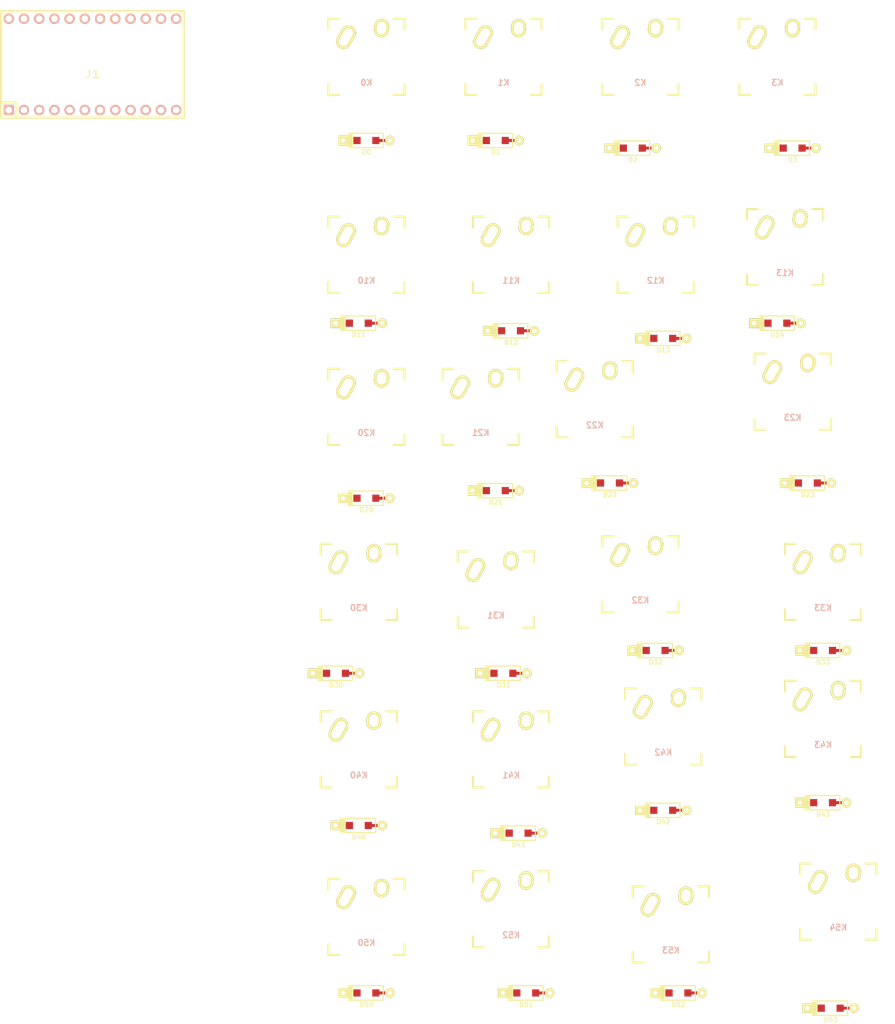
<source format=kicad_pcb>
(kicad_pcb (version 4) (host pcbnew 4.0.6)

  (general
    (links 167)
    (no_connects 71)
    (area 35.169499 33.505799 184.934201 204.77)
    (thickness 1.6)
    (drawings 0)
    (tracks 0)
    (zones 0)
    (modules 49)
    (nets 50)
  )

  (page A4)
  (layers
    (0 F.Cu signal)
    (31 B.Cu signal)
    (32 B.Adhes user)
    (33 F.Adhes user)
    (34 B.Paste user)
    (35 F.Paste user)
    (36 B.SilkS user)
    (37 F.SilkS user)
    (38 B.Mask user)
    (39 F.Mask user)
    (40 Dwgs.User user)
    (41 Cmts.User user)
    (42 Eco1.User user)
    (43 Eco2.User user)
    (44 Edge.Cuts user)
    (45 Margin user)
    (46 B.CrtYd user)
    (47 F.CrtYd user)
    (48 B.Fab user)
    (49 F.Fab user)
  )

  (setup
    (last_trace_width 0.25)
    (trace_clearance 0.2)
    (zone_clearance 0.508)
    (zone_45_only no)
    (trace_min 0.2)
    (segment_width 0.2)
    (edge_width 0.15)
    (via_size 0.6)
    (via_drill 0.4)
    (via_min_size 0.4)
    (via_min_drill 0.3)
    (uvia_size 0.3)
    (uvia_drill 0.1)
    (uvias_allowed no)
    (uvia_min_size 0.2)
    (uvia_min_drill 0.1)
    (pcb_text_width 0.3)
    (pcb_text_size 1.5 1.5)
    (mod_edge_width 0.15)
    (mod_text_size 1 1)
    (mod_text_width 0.15)
    (pad_size 1.524 1.524)
    (pad_drill 0.762)
    (pad_to_mask_clearance 0.2)
    (aux_axis_origin 0 0)
    (grid_origin 104.14 -3.81)
    (visible_elements FFFFF77F)
    (pcbplotparams
      (layerselection 0x00030_80000001)
      (usegerberextensions false)
      (excludeedgelayer true)
      (linewidth 0.100000)
      (plotframeref false)
      (viasonmask false)
      (mode 1)
      (useauxorigin false)
      (hpglpennumber 1)
      (hpglpenspeed 20)
      (hpglpendiameter 15)
      (hpglpenoverlay 2)
      (psnegative false)
      (psa4output false)
      (plotreference true)
      (plotvalue true)
      (plotinvisibletext false)
      (padsonsilk false)
      (subtractmaskfromsilk false)
      (outputformat 1)
      (mirror false)
      (drillshape 1)
      (scaleselection 1)
      (outputdirectory ""))
  )

  (net 0 "")
  (net 1 "Net-(D0-Pad2)")
  (net 2 /row0)
  (net 3 "Net-(D1-Pad2)")
  (net 4 "Net-(D2-Pad2)")
  (net 5 "Net-(D3-Pad2)")
  (net 6 "Net-(D11-Pad2)")
  (net 7 /row1)
  (net 8 "Net-(D12-Pad2)")
  (net 9 "Net-(D13-Pad2)")
  (net 10 "Net-(D14-Pad2)")
  (net 11 "Net-(D20-Pad2)")
  (net 12 /row2)
  (net 13 "Net-(D21-Pad2)")
  (net 14 "Net-(D22-Pad2)")
  (net 15 "Net-(D23-Pad2)")
  (net 16 "Net-(D30-Pad2)")
  (net 17 /row3)
  (net 18 "Net-(D31-Pad2)")
  (net 19 "Net-(D32-Pad2)")
  (net 20 "Net-(D33-Pad2)")
  (net 21 "Net-(D40-Pad2)")
  (net 22 /row4)
  (net 23 "Net-(D41-Pad2)")
  (net 24 "Net-(D42-Pad2)")
  (net 25 "Net-(D43-Pad2)")
  (net 26 "Net-(D50-Pad2)")
  (net 27 /row5)
  (net 28 "Net-(D51-Pad2)")
  (net 29 "Net-(D52-Pad2)")
  (net 30 "Net-(D53-Pad2)")
  (net 31 "Net-(J1-Pad1)")
  (net 32 "Net-(J1-Pad2)")
  (net 33 "Net-(J1-Pad3)")
  (net 34 "Net-(J1-Pad4)")
  (net 35 "Net-(J1-Pad7)")
  (net 36 "Net-(J1-Pad8)")
  (net 37 "Net-(J1-Pad9)")
  (net 38 "Net-(J1-Pad10)")
  (net 39 "Net-(J1-Pad11)")
  (net 40 "Net-(J1-Pad12)")
  (net 41 "Net-(J1-Pad24)")
  (net 42 "Net-(J1-Pad23)")
  (net 43 "Net-(J1-Pad22)")
  (net 44 "Net-(J1-Pad21)")
  (net 45 /col0)
  (net 46 /col1)
  (net 47 /col2)
  (net 48 /col3)
  (net 49 "Net-(K21-Pad1)")

  (net_class Default "これは標準のネット クラスです。"
    (clearance 0.2)
    (trace_width 0.25)
    (via_dia 0.6)
    (via_drill 0.4)
    (uvia_dia 0.3)
    (uvia_drill 0.1)
    (add_net /col0)
    (add_net /col1)
    (add_net /col2)
    (add_net /col3)
    (add_net /row0)
    (add_net /row1)
    (add_net /row2)
    (add_net /row3)
    (add_net /row4)
    (add_net /row5)
    (add_net "Net-(D0-Pad2)")
    (add_net "Net-(D1-Pad2)")
    (add_net "Net-(D11-Pad2)")
    (add_net "Net-(D12-Pad2)")
    (add_net "Net-(D13-Pad2)")
    (add_net "Net-(D14-Pad2)")
    (add_net "Net-(D2-Pad2)")
    (add_net "Net-(D20-Pad2)")
    (add_net "Net-(D21-Pad2)")
    (add_net "Net-(D22-Pad2)")
    (add_net "Net-(D23-Pad2)")
    (add_net "Net-(D3-Pad2)")
    (add_net "Net-(D30-Pad2)")
    (add_net "Net-(D31-Pad2)")
    (add_net "Net-(D32-Pad2)")
    (add_net "Net-(D33-Pad2)")
    (add_net "Net-(D40-Pad2)")
    (add_net "Net-(D41-Pad2)")
    (add_net "Net-(D42-Pad2)")
    (add_net "Net-(D43-Pad2)")
    (add_net "Net-(D50-Pad2)")
    (add_net "Net-(D51-Pad2)")
    (add_net "Net-(D52-Pad2)")
    (add_net "Net-(D53-Pad2)")
    (add_net "Net-(J1-Pad1)")
    (add_net "Net-(J1-Pad10)")
    (add_net "Net-(J1-Pad11)")
    (add_net "Net-(J1-Pad12)")
    (add_net "Net-(J1-Pad2)")
    (add_net "Net-(J1-Pad21)")
    (add_net "Net-(J1-Pad22)")
    (add_net "Net-(J1-Pad23)")
    (add_net "Net-(J1-Pad24)")
    (add_net "Net-(J1-Pad3)")
    (add_net "Net-(J1-Pad4)")
    (add_net "Net-(J1-Pad7)")
    (add_net "Net-(J1-Pad8)")
    (add_net "Net-(J1-Pad9)")
    (add_net "Net-(K21-Pad1)")
  )

  (module keyboard_parts:D_SOD123_axial (layer F.Cu) (tedit 561B6A12) (tstamp 58F381B8)
    (at 96.52 57.15)
    (path /58EF59F2)
    (attr smd)
    (fp_text reference D0 (at 0 1.925) (layer F.SilkS)
      (effects (font (size 0.8 0.8) (thickness 0.15)))
    )
    (fp_text value D (at 0 -1.925) (layer F.SilkS) hide
      (effects (font (size 0.8 0.8) (thickness 0.15)))
    )
    (fp_line (start -2.275 -1.2) (end -2.275 1.2) (layer F.SilkS) (width 0.2))
    (fp_line (start -2.45 -1.2) (end -2.45 1.2) (layer F.SilkS) (width 0.2))
    (fp_line (start -2.625 -1.2) (end -2.625 1.2) (layer F.SilkS) (width 0.2))
    (fp_line (start -3.025 1.2) (end -3.025 -1.2) (layer F.SilkS) (width 0.2))
    (fp_line (start -2.8 -1.2) (end -2.8 1.2) (layer F.SilkS) (width 0.2))
    (fp_line (start -2.925 -1.2) (end -2.925 1.2) (layer F.SilkS) (width 0.2))
    (fp_line (start -3 -1.2) (end 2.8 -1.2) (layer F.SilkS) (width 0.2))
    (fp_line (start 2.8 -1.2) (end 2.8 1.2) (layer F.SilkS) (width 0.2))
    (fp_line (start 2.8 1.2) (end -3 1.2) (layer F.SilkS) (width 0.2))
    (pad 2 smd rect (at 1.575 0) (size 1.2 1.2) (layers F.Cu F.Paste F.Mask)
      (net 1 "Net-(D0-Pad2)"))
    (pad 1 smd rect (at -1.575 0) (size 1.2 1.2) (layers F.Cu F.Paste F.Mask)
      (net 2 /row0))
    (pad 1 thru_hole rect (at -3.9 0) (size 1.6 1.6) (drill 0.7) (layers *.Cu *.Mask F.SilkS)
      (net 2 /row0))
    (pad 2 thru_hole circle (at 3.9 0) (size 1.6 1.6) (drill 0.7) (layers *.Cu *.Mask F.SilkS)
      (net 1 "Net-(D0-Pad2)"))
    (pad 1 smd rect (at -2.7 0) (size 2.5 0.5) (layers F.Cu)
      (net 2 /row0) (solder_mask_margin -999))
    (pad 2 smd rect (at 2.7 0) (size 2.5 0.5) (layers F.Cu)
      (net 1 "Net-(D0-Pad2)") (solder_mask_margin -999))
  )

  (module keyboard_parts:D_SOD123_axial (layer F.Cu) (tedit 561B6A12) (tstamp 58F381C2)
    (at 118.11 57.15)
    (path /58EF5E1F)
    (attr smd)
    (fp_text reference D1 (at 0 1.925) (layer F.SilkS)
      (effects (font (size 0.8 0.8) (thickness 0.15)))
    )
    (fp_text value D (at 0 -1.925) (layer F.SilkS) hide
      (effects (font (size 0.8 0.8) (thickness 0.15)))
    )
    (fp_line (start -2.275 -1.2) (end -2.275 1.2) (layer F.SilkS) (width 0.2))
    (fp_line (start -2.45 -1.2) (end -2.45 1.2) (layer F.SilkS) (width 0.2))
    (fp_line (start -2.625 -1.2) (end -2.625 1.2) (layer F.SilkS) (width 0.2))
    (fp_line (start -3.025 1.2) (end -3.025 -1.2) (layer F.SilkS) (width 0.2))
    (fp_line (start -2.8 -1.2) (end -2.8 1.2) (layer F.SilkS) (width 0.2))
    (fp_line (start -2.925 -1.2) (end -2.925 1.2) (layer F.SilkS) (width 0.2))
    (fp_line (start -3 -1.2) (end 2.8 -1.2) (layer F.SilkS) (width 0.2))
    (fp_line (start 2.8 -1.2) (end 2.8 1.2) (layer F.SilkS) (width 0.2))
    (fp_line (start 2.8 1.2) (end -3 1.2) (layer F.SilkS) (width 0.2))
    (pad 2 smd rect (at 1.575 0) (size 1.2 1.2) (layers F.Cu F.Paste F.Mask)
      (net 3 "Net-(D1-Pad2)"))
    (pad 1 smd rect (at -1.575 0) (size 1.2 1.2) (layers F.Cu F.Paste F.Mask)
      (net 2 /row0))
    (pad 1 thru_hole rect (at -3.9 0) (size 1.6 1.6) (drill 0.7) (layers *.Cu *.Mask F.SilkS)
      (net 2 /row0))
    (pad 2 thru_hole circle (at 3.9 0) (size 1.6 1.6) (drill 0.7) (layers *.Cu *.Mask F.SilkS)
      (net 3 "Net-(D1-Pad2)"))
    (pad 1 smd rect (at -2.7 0) (size 2.5 0.5) (layers F.Cu)
      (net 2 /row0) (solder_mask_margin -999))
    (pad 2 smd rect (at 2.7 0) (size 2.5 0.5) (layers F.Cu)
      (net 3 "Net-(D1-Pad2)") (solder_mask_margin -999))
  )

  (module keyboard_parts:D_SOD123_axial (layer F.Cu) (tedit 561B6A12) (tstamp 58F381CC)
    (at 140.97 58.42)
    (path /58EF5F71)
    (attr smd)
    (fp_text reference D2 (at 0 1.925) (layer F.SilkS)
      (effects (font (size 0.8 0.8) (thickness 0.15)))
    )
    (fp_text value D (at 0 -1.925) (layer F.SilkS) hide
      (effects (font (size 0.8 0.8) (thickness 0.15)))
    )
    (fp_line (start -2.275 -1.2) (end -2.275 1.2) (layer F.SilkS) (width 0.2))
    (fp_line (start -2.45 -1.2) (end -2.45 1.2) (layer F.SilkS) (width 0.2))
    (fp_line (start -2.625 -1.2) (end -2.625 1.2) (layer F.SilkS) (width 0.2))
    (fp_line (start -3.025 1.2) (end -3.025 -1.2) (layer F.SilkS) (width 0.2))
    (fp_line (start -2.8 -1.2) (end -2.8 1.2) (layer F.SilkS) (width 0.2))
    (fp_line (start -2.925 -1.2) (end -2.925 1.2) (layer F.SilkS) (width 0.2))
    (fp_line (start -3 -1.2) (end 2.8 -1.2) (layer F.SilkS) (width 0.2))
    (fp_line (start 2.8 -1.2) (end 2.8 1.2) (layer F.SilkS) (width 0.2))
    (fp_line (start 2.8 1.2) (end -3 1.2) (layer F.SilkS) (width 0.2))
    (pad 2 smd rect (at 1.575 0) (size 1.2 1.2) (layers F.Cu F.Paste F.Mask)
      (net 4 "Net-(D2-Pad2)"))
    (pad 1 smd rect (at -1.575 0) (size 1.2 1.2) (layers F.Cu F.Paste F.Mask)
      (net 2 /row0))
    (pad 1 thru_hole rect (at -3.9 0) (size 1.6 1.6) (drill 0.7) (layers *.Cu *.Mask F.SilkS)
      (net 2 /row0))
    (pad 2 thru_hole circle (at 3.9 0) (size 1.6 1.6) (drill 0.7) (layers *.Cu *.Mask F.SilkS)
      (net 4 "Net-(D2-Pad2)"))
    (pad 1 smd rect (at -2.7 0) (size 2.5 0.5) (layers F.Cu)
      (net 2 /row0) (solder_mask_margin -999))
    (pad 2 smd rect (at 2.7 0) (size 2.5 0.5) (layers F.Cu)
      (net 4 "Net-(D2-Pad2)") (solder_mask_margin -999))
  )

  (module keyboard_parts:D_SOD123_axial (layer F.Cu) (tedit 561B6A12) (tstamp 58F381D6)
    (at 167.64 58.42)
    (path /58EF5F7F)
    (attr smd)
    (fp_text reference D3 (at 0 1.925) (layer F.SilkS)
      (effects (font (size 0.8 0.8) (thickness 0.15)))
    )
    (fp_text value D (at 0 -1.925) (layer F.SilkS) hide
      (effects (font (size 0.8 0.8) (thickness 0.15)))
    )
    (fp_line (start -2.275 -1.2) (end -2.275 1.2) (layer F.SilkS) (width 0.2))
    (fp_line (start -2.45 -1.2) (end -2.45 1.2) (layer F.SilkS) (width 0.2))
    (fp_line (start -2.625 -1.2) (end -2.625 1.2) (layer F.SilkS) (width 0.2))
    (fp_line (start -3.025 1.2) (end -3.025 -1.2) (layer F.SilkS) (width 0.2))
    (fp_line (start -2.8 -1.2) (end -2.8 1.2) (layer F.SilkS) (width 0.2))
    (fp_line (start -2.925 -1.2) (end -2.925 1.2) (layer F.SilkS) (width 0.2))
    (fp_line (start -3 -1.2) (end 2.8 -1.2) (layer F.SilkS) (width 0.2))
    (fp_line (start 2.8 -1.2) (end 2.8 1.2) (layer F.SilkS) (width 0.2))
    (fp_line (start 2.8 1.2) (end -3 1.2) (layer F.SilkS) (width 0.2))
    (pad 2 smd rect (at 1.575 0) (size 1.2 1.2) (layers F.Cu F.Paste F.Mask)
      (net 5 "Net-(D3-Pad2)"))
    (pad 1 smd rect (at -1.575 0) (size 1.2 1.2) (layers F.Cu F.Paste F.Mask)
      (net 2 /row0))
    (pad 1 thru_hole rect (at -3.9 0) (size 1.6 1.6) (drill 0.7) (layers *.Cu *.Mask F.SilkS)
      (net 2 /row0))
    (pad 2 thru_hole circle (at 3.9 0) (size 1.6 1.6) (drill 0.7) (layers *.Cu *.Mask F.SilkS)
      (net 5 "Net-(D3-Pad2)"))
    (pad 1 smd rect (at -2.7 0) (size 2.5 0.5) (layers F.Cu)
      (net 2 /row0) (solder_mask_margin -999))
    (pad 2 smd rect (at 2.7 0) (size 2.5 0.5) (layers F.Cu)
      (net 5 "Net-(D3-Pad2)") (solder_mask_margin -999))
  )

  (module keyboard_parts:D_SOD123_axial (layer F.Cu) (tedit 561B6A12) (tstamp 58F381E0)
    (at 95.25 87.63)
    (path /58EF62D8)
    (attr smd)
    (fp_text reference D11 (at 0 1.925) (layer F.SilkS)
      (effects (font (size 0.8 0.8) (thickness 0.15)))
    )
    (fp_text value D (at 0 -1.925) (layer F.SilkS) hide
      (effects (font (size 0.8 0.8) (thickness 0.15)))
    )
    (fp_line (start -2.275 -1.2) (end -2.275 1.2) (layer F.SilkS) (width 0.2))
    (fp_line (start -2.45 -1.2) (end -2.45 1.2) (layer F.SilkS) (width 0.2))
    (fp_line (start -2.625 -1.2) (end -2.625 1.2) (layer F.SilkS) (width 0.2))
    (fp_line (start -3.025 1.2) (end -3.025 -1.2) (layer F.SilkS) (width 0.2))
    (fp_line (start -2.8 -1.2) (end -2.8 1.2) (layer F.SilkS) (width 0.2))
    (fp_line (start -2.925 -1.2) (end -2.925 1.2) (layer F.SilkS) (width 0.2))
    (fp_line (start -3 -1.2) (end 2.8 -1.2) (layer F.SilkS) (width 0.2))
    (fp_line (start 2.8 -1.2) (end 2.8 1.2) (layer F.SilkS) (width 0.2))
    (fp_line (start 2.8 1.2) (end -3 1.2) (layer F.SilkS) (width 0.2))
    (pad 2 smd rect (at 1.575 0) (size 1.2 1.2) (layers F.Cu F.Paste F.Mask)
      (net 6 "Net-(D11-Pad2)"))
    (pad 1 smd rect (at -1.575 0) (size 1.2 1.2) (layers F.Cu F.Paste F.Mask)
      (net 7 /row1))
    (pad 1 thru_hole rect (at -3.9 0) (size 1.6 1.6) (drill 0.7) (layers *.Cu *.Mask F.SilkS)
      (net 7 /row1))
    (pad 2 thru_hole circle (at 3.9 0) (size 1.6 1.6) (drill 0.7) (layers *.Cu *.Mask F.SilkS)
      (net 6 "Net-(D11-Pad2)"))
    (pad 1 smd rect (at -2.7 0) (size 2.5 0.5) (layers F.Cu)
      (net 7 /row1) (solder_mask_margin -999))
    (pad 2 smd rect (at 2.7 0) (size 2.5 0.5) (layers F.Cu)
      (net 6 "Net-(D11-Pad2)") (solder_mask_margin -999))
  )

  (module keyboard_parts:D_SOD123_axial (layer F.Cu) (tedit 561B6A12) (tstamp 58F381EA)
    (at 120.65 88.9)
    (path /58EF62E6)
    (attr smd)
    (fp_text reference D12 (at 0 1.925) (layer F.SilkS)
      (effects (font (size 0.8 0.8) (thickness 0.15)))
    )
    (fp_text value D (at 0 -1.925) (layer F.SilkS) hide
      (effects (font (size 0.8 0.8) (thickness 0.15)))
    )
    (fp_line (start -2.275 -1.2) (end -2.275 1.2) (layer F.SilkS) (width 0.2))
    (fp_line (start -2.45 -1.2) (end -2.45 1.2) (layer F.SilkS) (width 0.2))
    (fp_line (start -2.625 -1.2) (end -2.625 1.2) (layer F.SilkS) (width 0.2))
    (fp_line (start -3.025 1.2) (end -3.025 -1.2) (layer F.SilkS) (width 0.2))
    (fp_line (start -2.8 -1.2) (end -2.8 1.2) (layer F.SilkS) (width 0.2))
    (fp_line (start -2.925 -1.2) (end -2.925 1.2) (layer F.SilkS) (width 0.2))
    (fp_line (start -3 -1.2) (end 2.8 -1.2) (layer F.SilkS) (width 0.2))
    (fp_line (start 2.8 -1.2) (end 2.8 1.2) (layer F.SilkS) (width 0.2))
    (fp_line (start 2.8 1.2) (end -3 1.2) (layer F.SilkS) (width 0.2))
    (pad 2 smd rect (at 1.575 0) (size 1.2 1.2) (layers F.Cu F.Paste F.Mask)
      (net 8 "Net-(D12-Pad2)"))
    (pad 1 smd rect (at -1.575 0) (size 1.2 1.2) (layers F.Cu F.Paste F.Mask)
      (net 7 /row1))
    (pad 1 thru_hole rect (at -3.9 0) (size 1.6 1.6) (drill 0.7) (layers *.Cu *.Mask F.SilkS)
      (net 7 /row1))
    (pad 2 thru_hole circle (at 3.9 0) (size 1.6 1.6) (drill 0.7) (layers *.Cu *.Mask F.SilkS)
      (net 8 "Net-(D12-Pad2)"))
    (pad 1 smd rect (at -2.7 0) (size 2.5 0.5) (layers F.Cu)
      (net 7 /row1) (solder_mask_margin -999))
    (pad 2 smd rect (at 2.7 0) (size 2.5 0.5) (layers F.Cu)
      (net 8 "Net-(D12-Pad2)") (solder_mask_margin -999))
  )

  (module keyboard_parts:D_SOD123_axial (layer F.Cu) (tedit 561B6A12) (tstamp 58F381F4)
    (at 146.05 90.17)
    (path /58EF62F4)
    (attr smd)
    (fp_text reference D13 (at 0 1.925) (layer F.SilkS)
      (effects (font (size 0.8 0.8) (thickness 0.15)))
    )
    (fp_text value D (at 0 -1.925) (layer F.SilkS) hide
      (effects (font (size 0.8 0.8) (thickness 0.15)))
    )
    (fp_line (start -2.275 -1.2) (end -2.275 1.2) (layer F.SilkS) (width 0.2))
    (fp_line (start -2.45 -1.2) (end -2.45 1.2) (layer F.SilkS) (width 0.2))
    (fp_line (start -2.625 -1.2) (end -2.625 1.2) (layer F.SilkS) (width 0.2))
    (fp_line (start -3.025 1.2) (end -3.025 -1.2) (layer F.SilkS) (width 0.2))
    (fp_line (start -2.8 -1.2) (end -2.8 1.2) (layer F.SilkS) (width 0.2))
    (fp_line (start -2.925 -1.2) (end -2.925 1.2) (layer F.SilkS) (width 0.2))
    (fp_line (start -3 -1.2) (end 2.8 -1.2) (layer F.SilkS) (width 0.2))
    (fp_line (start 2.8 -1.2) (end 2.8 1.2) (layer F.SilkS) (width 0.2))
    (fp_line (start 2.8 1.2) (end -3 1.2) (layer F.SilkS) (width 0.2))
    (pad 2 smd rect (at 1.575 0) (size 1.2 1.2) (layers F.Cu F.Paste F.Mask)
      (net 9 "Net-(D13-Pad2)"))
    (pad 1 smd rect (at -1.575 0) (size 1.2 1.2) (layers F.Cu F.Paste F.Mask)
      (net 7 /row1))
    (pad 1 thru_hole rect (at -3.9 0) (size 1.6 1.6) (drill 0.7) (layers *.Cu *.Mask F.SilkS)
      (net 7 /row1))
    (pad 2 thru_hole circle (at 3.9 0) (size 1.6 1.6) (drill 0.7) (layers *.Cu *.Mask F.SilkS)
      (net 9 "Net-(D13-Pad2)"))
    (pad 1 smd rect (at -2.7 0) (size 2.5 0.5) (layers F.Cu)
      (net 7 /row1) (solder_mask_margin -999))
    (pad 2 smd rect (at 2.7 0) (size 2.5 0.5) (layers F.Cu)
      (net 9 "Net-(D13-Pad2)") (solder_mask_margin -999))
  )

  (module keyboard_parts:D_SOD123_axial (layer F.Cu) (tedit 561B6A12) (tstamp 58F381FE)
    (at 165.1 87.63)
    (path /58EF6302)
    (attr smd)
    (fp_text reference D14 (at 0 1.925) (layer F.SilkS)
      (effects (font (size 0.8 0.8) (thickness 0.15)))
    )
    (fp_text value D (at 0 -1.925) (layer F.SilkS) hide
      (effects (font (size 0.8 0.8) (thickness 0.15)))
    )
    (fp_line (start -2.275 -1.2) (end -2.275 1.2) (layer F.SilkS) (width 0.2))
    (fp_line (start -2.45 -1.2) (end -2.45 1.2) (layer F.SilkS) (width 0.2))
    (fp_line (start -2.625 -1.2) (end -2.625 1.2) (layer F.SilkS) (width 0.2))
    (fp_line (start -3.025 1.2) (end -3.025 -1.2) (layer F.SilkS) (width 0.2))
    (fp_line (start -2.8 -1.2) (end -2.8 1.2) (layer F.SilkS) (width 0.2))
    (fp_line (start -2.925 -1.2) (end -2.925 1.2) (layer F.SilkS) (width 0.2))
    (fp_line (start -3 -1.2) (end 2.8 -1.2) (layer F.SilkS) (width 0.2))
    (fp_line (start 2.8 -1.2) (end 2.8 1.2) (layer F.SilkS) (width 0.2))
    (fp_line (start 2.8 1.2) (end -3 1.2) (layer F.SilkS) (width 0.2))
    (pad 2 smd rect (at 1.575 0) (size 1.2 1.2) (layers F.Cu F.Paste F.Mask)
      (net 10 "Net-(D14-Pad2)"))
    (pad 1 smd rect (at -1.575 0) (size 1.2 1.2) (layers F.Cu F.Paste F.Mask)
      (net 7 /row1))
    (pad 1 thru_hole rect (at -3.9 0) (size 1.6 1.6) (drill 0.7) (layers *.Cu *.Mask F.SilkS)
      (net 7 /row1))
    (pad 2 thru_hole circle (at 3.9 0) (size 1.6 1.6) (drill 0.7) (layers *.Cu *.Mask F.SilkS)
      (net 10 "Net-(D14-Pad2)"))
    (pad 1 smd rect (at -2.7 0) (size 2.5 0.5) (layers F.Cu)
      (net 7 /row1) (solder_mask_margin -999))
    (pad 2 smd rect (at 2.7 0) (size 2.5 0.5) (layers F.Cu)
      (net 10 "Net-(D14-Pad2)") (solder_mask_margin -999))
  )

  (module keyboard_parts:D_SOD123_axial (layer F.Cu) (tedit 561B6A12) (tstamp 58F38208)
    (at 96.52 116.84)
    (path /58EF6584)
    (attr smd)
    (fp_text reference D20 (at 0 1.925) (layer F.SilkS)
      (effects (font (size 0.8 0.8) (thickness 0.15)))
    )
    (fp_text value D (at 0 -1.925) (layer F.SilkS) hide
      (effects (font (size 0.8 0.8) (thickness 0.15)))
    )
    (fp_line (start -2.275 -1.2) (end -2.275 1.2) (layer F.SilkS) (width 0.2))
    (fp_line (start -2.45 -1.2) (end -2.45 1.2) (layer F.SilkS) (width 0.2))
    (fp_line (start -2.625 -1.2) (end -2.625 1.2) (layer F.SilkS) (width 0.2))
    (fp_line (start -3.025 1.2) (end -3.025 -1.2) (layer F.SilkS) (width 0.2))
    (fp_line (start -2.8 -1.2) (end -2.8 1.2) (layer F.SilkS) (width 0.2))
    (fp_line (start -2.925 -1.2) (end -2.925 1.2) (layer F.SilkS) (width 0.2))
    (fp_line (start -3 -1.2) (end 2.8 -1.2) (layer F.SilkS) (width 0.2))
    (fp_line (start 2.8 -1.2) (end 2.8 1.2) (layer F.SilkS) (width 0.2))
    (fp_line (start 2.8 1.2) (end -3 1.2) (layer F.SilkS) (width 0.2))
    (pad 2 smd rect (at 1.575 0) (size 1.2 1.2) (layers F.Cu F.Paste F.Mask)
      (net 11 "Net-(D20-Pad2)"))
    (pad 1 smd rect (at -1.575 0) (size 1.2 1.2) (layers F.Cu F.Paste F.Mask)
      (net 12 /row2))
    (pad 1 thru_hole rect (at -3.9 0) (size 1.6 1.6) (drill 0.7) (layers *.Cu *.Mask F.SilkS)
      (net 12 /row2))
    (pad 2 thru_hole circle (at 3.9 0) (size 1.6 1.6) (drill 0.7) (layers *.Cu *.Mask F.SilkS)
      (net 11 "Net-(D20-Pad2)"))
    (pad 1 smd rect (at -2.7 0) (size 2.5 0.5) (layers F.Cu)
      (net 12 /row2) (solder_mask_margin -999))
    (pad 2 smd rect (at 2.7 0) (size 2.5 0.5) (layers F.Cu)
      (net 11 "Net-(D20-Pad2)") (solder_mask_margin -999))
  )

  (module keyboard_parts:D_SOD123_axial (layer F.Cu) (tedit 561B6A12) (tstamp 58F38212)
    (at 118.11 115.57)
    (path /58EF6592)
    (attr smd)
    (fp_text reference D21 (at 0 1.925) (layer F.SilkS)
      (effects (font (size 0.8 0.8) (thickness 0.15)))
    )
    (fp_text value D (at 0 -1.925) (layer F.SilkS) hide
      (effects (font (size 0.8 0.8) (thickness 0.15)))
    )
    (fp_line (start -2.275 -1.2) (end -2.275 1.2) (layer F.SilkS) (width 0.2))
    (fp_line (start -2.45 -1.2) (end -2.45 1.2) (layer F.SilkS) (width 0.2))
    (fp_line (start -2.625 -1.2) (end -2.625 1.2) (layer F.SilkS) (width 0.2))
    (fp_line (start -3.025 1.2) (end -3.025 -1.2) (layer F.SilkS) (width 0.2))
    (fp_line (start -2.8 -1.2) (end -2.8 1.2) (layer F.SilkS) (width 0.2))
    (fp_line (start -2.925 -1.2) (end -2.925 1.2) (layer F.SilkS) (width 0.2))
    (fp_line (start -3 -1.2) (end 2.8 -1.2) (layer F.SilkS) (width 0.2))
    (fp_line (start 2.8 -1.2) (end 2.8 1.2) (layer F.SilkS) (width 0.2))
    (fp_line (start 2.8 1.2) (end -3 1.2) (layer F.SilkS) (width 0.2))
    (pad 2 smd rect (at 1.575 0) (size 1.2 1.2) (layers F.Cu F.Paste F.Mask)
      (net 13 "Net-(D21-Pad2)"))
    (pad 1 smd rect (at -1.575 0) (size 1.2 1.2) (layers F.Cu F.Paste F.Mask)
      (net 12 /row2))
    (pad 1 thru_hole rect (at -3.9 0) (size 1.6 1.6) (drill 0.7) (layers *.Cu *.Mask F.SilkS)
      (net 12 /row2))
    (pad 2 thru_hole circle (at 3.9 0) (size 1.6 1.6) (drill 0.7) (layers *.Cu *.Mask F.SilkS)
      (net 13 "Net-(D21-Pad2)"))
    (pad 1 smd rect (at -2.7 0) (size 2.5 0.5) (layers F.Cu)
      (net 12 /row2) (solder_mask_margin -999))
    (pad 2 smd rect (at 2.7 0) (size 2.5 0.5) (layers F.Cu)
      (net 13 "Net-(D21-Pad2)") (solder_mask_margin -999))
  )

  (module keyboard_parts:D_SOD123_axial (layer F.Cu) (tedit 561B6A12) (tstamp 58F3821C)
    (at 137.16 114.3)
    (path /58EF65A0)
    (attr smd)
    (fp_text reference D22 (at 0 1.925) (layer F.SilkS)
      (effects (font (size 0.8 0.8) (thickness 0.15)))
    )
    (fp_text value D (at 0 -1.925) (layer F.SilkS) hide
      (effects (font (size 0.8 0.8) (thickness 0.15)))
    )
    (fp_line (start -2.275 -1.2) (end -2.275 1.2) (layer F.SilkS) (width 0.2))
    (fp_line (start -2.45 -1.2) (end -2.45 1.2) (layer F.SilkS) (width 0.2))
    (fp_line (start -2.625 -1.2) (end -2.625 1.2) (layer F.SilkS) (width 0.2))
    (fp_line (start -3.025 1.2) (end -3.025 -1.2) (layer F.SilkS) (width 0.2))
    (fp_line (start -2.8 -1.2) (end -2.8 1.2) (layer F.SilkS) (width 0.2))
    (fp_line (start -2.925 -1.2) (end -2.925 1.2) (layer F.SilkS) (width 0.2))
    (fp_line (start -3 -1.2) (end 2.8 -1.2) (layer F.SilkS) (width 0.2))
    (fp_line (start 2.8 -1.2) (end 2.8 1.2) (layer F.SilkS) (width 0.2))
    (fp_line (start 2.8 1.2) (end -3 1.2) (layer F.SilkS) (width 0.2))
    (pad 2 smd rect (at 1.575 0) (size 1.2 1.2) (layers F.Cu F.Paste F.Mask)
      (net 14 "Net-(D22-Pad2)"))
    (pad 1 smd rect (at -1.575 0) (size 1.2 1.2) (layers F.Cu F.Paste F.Mask)
      (net 12 /row2))
    (pad 1 thru_hole rect (at -3.9 0) (size 1.6 1.6) (drill 0.7) (layers *.Cu *.Mask F.SilkS)
      (net 12 /row2))
    (pad 2 thru_hole circle (at 3.9 0) (size 1.6 1.6) (drill 0.7) (layers *.Cu *.Mask F.SilkS)
      (net 14 "Net-(D22-Pad2)"))
    (pad 1 smd rect (at -2.7 0) (size 2.5 0.5) (layers F.Cu)
      (net 12 /row2) (solder_mask_margin -999))
    (pad 2 smd rect (at 2.7 0) (size 2.5 0.5) (layers F.Cu)
      (net 14 "Net-(D22-Pad2)") (solder_mask_margin -999))
  )

  (module keyboard_parts:D_SOD123_axial (layer F.Cu) (tedit 561B6A12) (tstamp 58F38226)
    (at 170.18 114.3)
    (path /58EF65AE)
    (attr smd)
    (fp_text reference D23 (at 0 1.925) (layer F.SilkS)
      (effects (font (size 0.8 0.8) (thickness 0.15)))
    )
    (fp_text value D (at 0 -1.925) (layer F.SilkS) hide
      (effects (font (size 0.8 0.8) (thickness 0.15)))
    )
    (fp_line (start -2.275 -1.2) (end -2.275 1.2) (layer F.SilkS) (width 0.2))
    (fp_line (start -2.45 -1.2) (end -2.45 1.2) (layer F.SilkS) (width 0.2))
    (fp_line (start -2.625 -1.2) (end -2.625 1.2) (layer F.SilkS) (width 0.2))
    (fp_line (start -3.025 1.2) (end -3.025 -1.2) (layer F.SilkS) (width 0.2))
    (fp_line (start -2.8 -1.2) (end -2.8 1.2) (layer F.SilkS) (width 0.2))
    (fp_line (start -2.925 -1.2) (end -2.925 1.2) (layer F.SilkS) (width 0.2))
    (fp_line (start -3 -1.2) (end 2.8 -1.2) (layer F.SilkS) (width 0.2))
    (fp_line (start 2.8 -1.2) (end 2.8 1.2) (layer F.SilkS) (width 0.2))
    (fp_line (start 2.8 1.2) (end -3 1.2) (layer F.SilkS) (width 0.2))
    (pad 2 smd rect (at 1.575 0) (size 1.2 1.2) (layers F.Cu F.Paste F.Mask)
      (net 15 "Net-(D23-Pad2)"))
    (pad 1 smd rect (at -1.575 0) (size 1.2 1.2) (layers F.Cu F.Paste F.Mask)
      (net 12 /row2))
    (pad 1 thru_hole rect (at -3.9 0) (size 1.6 1.6) (drill 0.7) (layers *.Cu *.Mask F.SilkS)
      (net 12 /row2))
    (pad 2 thru_hole circle (at 3.9 0) (size 1.6 1.6) (drill 0.7) (layers *.Cu *.Mask F.SilkS)
      (net 15 "Net-(D23-Pad2)"))
    (pad 1 smd rect (at -2.7 0) (size 2.5 0.5) (layers F.Cu)
      (net 12 /row2) (solder_mask_margin -999))
    (pad 2 smd rect (at 2.7 0) (size 2.5 0.5) (layers F.Cu)
      (net 15 "Net-(D23-Pad2)") (solder_mask_margin -999))
  )

  (module keyboard_parts:D_SOD123_axial (layer F.Cu) (tedit 561B6A12) (tstamp 58F38230)
    (at 91.44 146.05)
    (path /58EF682C)
    (attr smd)
    (fp_text reference D30 (at 0 1.925) (layer F.SilkS)
      (effects (font (size 0.8 0.8) (thickness 0.15)))
    )
    (fp_text value D (at 0 -1.925) (layer F.SilkS) hide
      (effects (font (size 0.8 0.8) (thickness 0.15)))
    )
    (fp_line (start -2.275 -1.2) (end -2.275 1.2) (layer F.SilkS) (width 0.2))
    (fp_line (start -2.45 -1.2) (end -2.45 1.2) (layer F.SilkS) (width 0.2))
    (fp_line (start -2.625 -1.2) (end -2.625 1.2) (layer F.SilkS) (width 0.2))
    (fp_line (start -3.025 1.2) (end -3.025 -1.2) (layer F.SilkS) (width 0.2))
    (fp_line (start -2.8 -1.2) (end -2.8 1.2) (layer F.SilkS) (width 0.2))
    (fp_line (start -2.925 -1.2) (end -2.925 1.2) (layer F.SilkS) (width 0.2))
    (fp_line (start -3 -1.2) (end 2.8 -1.2) (layer F.SilkS) (width 0.2))
    (fp_line (start 2.8 -1.2) (end 2.8 1.2) (layer F.SilkS) (width 0.2))
    (fp_line (start 2.8 1.2) (end -3 1.2) (layer F.SilkS) (width 0.2))
    (pad 2 smd rect (at 1.575 0) (size 1.2 1.2) (layers F.Cu F.Paste F.Mask)
      (net 16 "Net-(D30-Pad2)"))
    (pad 1 smd rect (at -1.575 0) (size 1.2 1.2) (layers F.Cu F.Paste F.Mask)
      (net 17 /row3))
    (pad 1 thru_hole rect (at -3.9 0) (size 1.6 1.6) (drill 0.7) (layers *.Cu *.Mask F.SilkS)
      (net 17 /row3))
    (pad 2 thru_hole circle (at 3.9 0) (size 1.6 1.6) (drill 0.7) (layers *.Cu *.Mask F.SilkS)
      (net 16 "Net-(D30-Pad2)"))
    (pad 1 smd rect (at -2.7 0) (size 2.5 0.5) (layers F.Cu)
      (net 17 /row3) (solder_mask_margin -999))
    (pad 2 smd rect (at 2.7 0) (size 2.5 0.5) (layers F.Cu)
      (net 16 "Net-(D30-Pad2)") (solder_mask_margin -999))
  )

  (module keyboard_parts:D_SOD123_axial (layer F.Cu) (tedit 561B6A12) (tstamp 58F3823A)
    (at 119.38 146.05)
    (path /58EF683A)
    (attr smd)
    (fp_text reference D31 (at 0 1.925) (layer F.SilkS)
      (effects (font (size 0.8 0.8) (thickness 0.15)))
    )
    (fp_text value D (at 0 -1.925) (layer F.SilkS) hide
      (effects (font (size 0.8 0.8) (thickness 0.15)))
    )
    (fp_line (start -2.275 -1.2) (end -2.275 1.2) (layer F.SilkS) (width 0.2))
    (fp_line (start -2.45 -1.2) (end -2.45 1.2) (layer F.SilkS) (width 0.2))
    (fp_line (start -2.625 -1.2) (end -2.625 1.2) (layer F.SilkS) (width 0.2))
    (fp_line (start -3.025 1.2) (end -3.025 -1.2) (layer F.SilkS) (width 0.2))
    (fp_line (start -2.8 -1.2) (end -2.8 1.2) (layer F.SilkS) (width 0.2))
    (fp_line (start -2.925 -1.2) (end -2.925 1.2) (layer F.SilkS) (width 0.2))
    (fp_line (start -3 -1.2) (end 2.8 -1.2) (layer F.SilkS) (width 0.2))
    (fp_line (start 2.8 -1.2) (end 2.8 1.2) (layer F.SilkS) (width 0.2))
    (fp_line (start 2.8 1.2) (end -3 1.2) (layer F.SilkS) (width 0.2))
    (pad 2 smd rect (at 1.575 0) (size 1.2 1.2) (layers F.Cu F.Paste F.Mask)
      (net 18 "Net-(D31-Pad2)"))
    (pad 1 smd rect (at -1.575 0) (size 1.2 1.2) (layers F.Cu F.Paste F.Mask)
      (net 17 /row3))
    (pad 1 thru_hole rect (at -3.9 0) (size 1.6 1.6) (drill 0.7) (layers *.Cu *.Mask F.SilkS)
      (net 17 /row3))
    (pad 2 thru_hole circle (at 3.9 0) (size 1.6 1.6) (drill 0.7) (layers *.Cu *.Mask F.SilkS)
      (net 18 "Net-(D31-Pad2)"))
    (pad 1 smd rect (at -2.7 0) (size 2.5 0.5) (layers F.Cu)
      (net 17 /row3) (solder_mask_margin -999))
    (pad 2 smd rect (at 2.7 0) (size 2.5 0.5) (layers F.Cu)
      (net 18 "Net-(D31-Pad2)") (solder_mask_margin -999))
  )

  (module keyboard_parts:D_SOD123_axial (layer F.Cu) (tedit 561B6A12) (tstamp 58F38244)
    (at 144.78 142.24)
    (path /58EF6848)
    (attr smd)
    (fp_text reference D32 (at 0 1.925) (layer F.SilkS)
      (effects (font (size 0.8 0.8) (thickness 0.15)))
    )
    (fp_text value D (at 0 -1.925) (layer F.SilkS) hide
      (effects (font (size 0.8 0.8) (thickness 0.15)))
    )
    (fp_line (start -2.275 -1.2) (end -2.275 1.2) (layer F.SilkS) (width 0.2))
    (fp_line (start -2.45 -1.2) (end -2.45 1.2) (layer F.SilkS) (width 0.2))
    (fp_line (start -2.625 -1.2) (end -2.625 1.2) (layer F.SilkS) (width 0.2))
    (fp_line (start -3.025 1.2) (end -3.025 -1.2) (layer F.SilkS) (width 0.2))
    (fp_line (start -2.8 -1.2) (end -2.8 1.2) (layer F.SilkS) (width 0.2))
    (fp_line (start -2.925 -1.2) (end -2.925 1.2) (layer F.SilkS) (width 0.2))
    (fp_line (start -3 -1.2) (end 2.8 -1.2) (layer F.SilkS) (width 0.2))
    (fp_line (start 2.8 -1.2) (end 2.8 1.2) (layer F.SilkS) (width 0.2))
    (fp_line (start 2.8 1.2) (end -3 1.2) (layer F.SilkS) (width 0.2))
    (pad 2 smd rect (at 1.575 0) (size 1.2 1.2) (layers F.Cu F.Paste F.Mask)
      (net 19 "Net-(D32-Pad2)"))
    (pad 1 smd rect (at -1.575 0) (size 1.2 1.2) (layers F.Cu F.Paste F.Mask)
      (net 17 /row3))
    (pad 1 thru_hole rect (at -3.9 0) (size 1.6 1.6) (drill 0.7) (layers *.Cu *.Mask F.SilkS)
      (net 17 /row3))
    (pad 2 thru_hole circle (at 3.9 0) (size 1.6 1.6) (drill 0.7) (layers *.Cu *.Mask F.SilkS)
      (net 19 "Net-(D32-Pad2)"))
    (pad 1 smd rect (at -2.7 0) (size 2.5 0.5) (layers F.Cu)
      (net 17 /row3) (solder_mask_margin -999))
    (pad 2 smd rect (at 2.7 0) (size 2.5 0.5) (layers F.Cu)
      (net 19 "Net-(D32-Pad2)") (solder_mask_margin -999))
  )

  (module keyboard_parts:D_SOD123_axial (layer F.Cu) (tedit 561B6A12) (tstamp 58F3824E)
    (at 172.72 142.24)
    (path /58EF6856)
    (attr smd)
    (fp_text reference D33 (at 0 1.925) (layer F.SilkS)
      (effects (font (size 0.8 0.8) (thickness 0.15)))
    )
    (fp_text value D (at 0 -1.925) (layer F.SilkS) hide
      (effects (font (size 0.8 0.8) (thickness 0.15)))
    )
    (fp_line (start -2.275 -1.2) (end -2.275 1.2) (layer F.SilkS) (width 0.2))
    (fp_line (start -2.45 -1.2) (end -2.45 1.2) (layer F.SilkS) (width 0.2))
    (fp_line (start -2.625 -1.2) (end -2.625 1.2) (layer F.SilkS) (width 0.2))
    (fp_line (start -3.025 1.2) (end -3.025 -1.2) (layer F.SilkS) (width 0.2))
    (fp_line (start -2.8 -1.2) (end -2.8 1.2) (layer F.SilkS) (width 0.2))
    (fp_line (start -2.925 -1.2) (end -2.925 1.2) (layer F.SilkS) (width 0.2))
    (fp_line (start -3 -1.2) (end 2.8 -1.2) (layer F.SilkS) (width 0.2))
    (fp_line (start 2.8 -1.2) (end 2.8 1.2) (layer F.SilkS) (width 0.2))
    (fp_line (start 2.8 1.2) (end -3 1.2) (layer F.SilkS) (width 0.2))
    (pad 2 smd rect (at 1.575 0) (size 1.2 1.2) (layers F.Cu F.Paste F.Mask)
      (net 20 "Net-(D33-Pad2)"))
    (pad 1 smd rect (at -1.575 0) (size 1.2 1.2) (layers F.Cu F.Paste F.Mask)
      (net 17 /row3))
    (pad 1 thru_hole rect (at -3.9 0) (size 1.6 1.6) (drill 0.7) (layers *.Cu *.Mask F.SilkS)
      (net 17 /row3))
    (pad 2 thru_hole circle (at 3.9 0) (size 1.6 1.6) (drill 0.7) (layers *.Cu *.Mask F.SilkS)
      (net 20 "Net-(D33-Pad2)"))
    (pad 1 smd rect (at -2.7 0) (size 2.5 0.5) (layers F.Cu)
      (net 17 /row3) (solder_mask_margin -999))
    (pad 2 smd rect (at 2.7 0) (size 2.5 0.5) (layers F.Cu)
      (net 20 "Net-(D33-Pad2)") (solder_mask_margin -999))
  )

  (module keyboard_parts:D_SOD123_axial (layer F.Cu) (tedit 561B6A12) (tstamp 58F38258)
    (at 95.25 171.45)
    (path /58EF6C60)
    (attr smd)
    (fp_text reference D40 (at 0 1.925) (layer F.SilkS)
      (effects (font (size 0.8 0.8) (thickness 0.15)))
    )
    (fp_text value D (at 0 -1.925) (layer F.SilkS) hide
      (effects (font (size 0.8 0.8) (thickness 0.15)))
    )
    (fp_line (start -2.275 -1.2) (end -2.275 1.2) (layer F.SilkS) (width 0.2))
    (fp_line (start -2.45 -1.2) (end -2.45 1.2) (layer F.SilkS) (width 0.2))
    (fp_line (start -2.625 -1.2) (end -2.625 1.2) (layer F.SilkS) (width 0.2))
    (fp_line (start -3.025 1.2) (end -3.025 -1.2) (layer F.SilkS) (width 0.2))
    (fp_line (start -2.8 -1.2) (end -2.8 1.2) (layer F.SilkS) (width 0.2))
    (fp_line (start -2.925 -1.2) (end -2.925 1.2) (layer F.SilkS) (width 0.2))
    (fp_line (start -3 -1.2) (end 2.8 -1.2) (layer F.SilkS) (width 0.2))
    (fp_line (start 2.8 -1.2) (end 2.8 1.2) (layer F.SilkS) (width 0.2))
    (fp_line (start 2.8 1.2) (end -3 1.2) (layer F.SilkS) (width 0.2))
    (pad 2 smd rect (at 1.575 0) (size 1.2 1.2) (layers F.Cu F.Paste F.Mask)
      (net 21 "Net-(D40-Pad2)"))
    (pad 1 smd rect (at -1.575 0) (size 1.2 1.2) (layers F.Cu F.Paste F.Mask)
      (net 22 /row4))
    (pad 1 thru_hole rect (at -3.9 0) (size 1.6 1.6) (drill 0.7) (layers *.Cu *.Mask F.SilkS)
      (net 22 /row4))
    (pad 2 thru_hole circle (at 3.9 0) (size 1.6 1.6) (drill 0.7) (layers *.Cu *.Mask F.SilkS)
      (net 21 "Net-(D40-Pad2)"))
    (pad 1 smd rect (at -2.7 0) (size 2.5 0.5) (layers F.Cu)
      (net 22 /row4) (solder_mask_margin -999))
    (pad 2 smd rect (at 2.7 0) (size 2.5 0.5) (layers F.Cu)
      (net 21 "Net-(D40-Pad2)") (solder_mask_margin -999))
  )

  (module keyboard_parts:D_SOD123_axial (layer F.Cu) (tedit 561B6A12) (tstamp 58F38262)
    (at 121.92 172.72)
    (path /58EF6C6E)
    (attr smd)
    (fp_text reference D41 (at 0 1.925) (layer F.SilkS)
      (effects (font (size 0.8 0.8) (thickness 0.15)))
    )
    (fp_text value D (at 0 -1.925) (layer F.SilkS) hide
      (effects (font (size 0.8 0.8) (thickness 0.15)))
    )
    (fp_line (start -2.275 -1.2) (end -2.275 1.2) (layer F.SilkS) (width 0.2))
    (fp_line (start -2.45 -1.2) (end -2.45 1.2) (layer F.SilkS) (width 0.2))
    (fp_line (start -2.625 -1.2) (end -2.625 1.2) (layer F.SilkS) (width 0.2))
    (fp_line (start -3.025 1.2) (end -3.025 -1.2) (layer F.SilkS) (width 0.2))
    (fp_line (start -2.8 -1.2) (end -2.8 1.2) (layer F.SilkS) (width 0.2))
    (fp_line (start -2.925 -1.2) (end -2.925 1.2) (layer F.SilkS) (width 0.2))
    (fp_line (start -3 -1.2) (end 2.8 -1.2) (layer F.SilkS) (width 0.2))
    (fp_line (start 2.8 -1.2) (end 2.8 1.2) (layer F.SilkS) (width 0.2))
    (fp_line (start 2.8 1.2) (end -3 1.2) (layer F.SilkS) (width 0.2))
    (pad 2 smd rect (at 1.575 0) (size 1.2 1.2) (layers F.Cu F.Paste F.Mask)
      (net 23 "Net-(D41-Pad2)"))
    (pad 1 smd rect (at -1.575 0) (size 1.2 1.2) (layers F.Cu F.Paste F.Mask)
      (net 22 /row4))
    (pad 1 thru_hole rect (at -3.9 0) (size 1.6 1.6) (drill 0.7) (layers *.Cu *.Mask F.SilkS)
      (net 22 /row4))
    (pad 2 thru_hole circle (at 3.9 0) (size 1.6 1.6) (drill 0.7) (layers *.Cu *.Mask F.SilkS)
      (net 23 "Net-(D41-Pad2)"))
    (pad 1 smd rect (at -2.7 0) (size 2.5 0.5) (layers F.Cu)
      (net 22 /row4) (solder_mask_margin -999))
    (pad 2 smd rect (at 2.7 0) (size 2.5 0.5) (layers F.Cu)
      (net 23 "Net-(D41-Pad2)") (solder_mask_margin -999))
  )

  (module keyboard_parts:D_SOD123_axial (layer F.Cu) (tedit 561B6A12) (tstamp 58F3826C)
    (at 146.05 168.91)
    (path /58EF6C7C)
    (attr smd)
    (fp_text reference D42 (at 0 1.925) (layer F.SilkS)
      (effects (font (size 0.8 0.8) (thickness 0.15)))
    )
    (fp_text value D (at 0 -1.925) (layer F.SilkS) hide
      (effects (font (size 0.8 0.8) (thickness 0.15)))
    )
    (fp_line (start -2.275 -1.2) (end -2.275 1.2) (layer F.SilkS) (width 0.2))
    (fp_line (start -2.45 -1.2) (end -2.45 1.2) (layer F.SilkS) (width 0.2))
    (fp_line (start -2.625 -1.2) (end -2.625 1.2) (layer F.SilkS) (width 0.2))
    (fp_line (start -3.025 1.2) (end -3.025 -1.2) (layer F.SilkS) (width 0.2))
    (fp_line (start -2.8 -1.2) (end -2.8 1.2) (layer F.SilkS) (width 0.2))
    (fp_line (start -2.925 -1.2) (end -2.925 1.2) (layer F.SilkS) (width 0.2))
    (fp_line (start -3 -1.2) (end 2.8 -1.2) (layer F.SilkS) (width 0.2))
    (fp_line (start 2.8 -1.2) (end 2.8 1.2) (layer F.SilkS) (width 0.2))
    (fp_line (start 2.8 1.2) (end -3 1.2) (layer F.SilkS) (width 0.2))
    (pad 2 smd rect (at 1.575 0) (size 1.2 1.2) (layers F.Cu F.Paste F.Mask)
      (net 24 "Net-(D42-Pad2)"))
    (pad 1 smd rect (at -1.575 0) (size 1.2 1.2) (layers F.Cu F.Paste F.Mask)
      (net 22 /row4))
    (pad 1 thru_hole rect (at -3.9 0) (size 1.6 1.6) (drill 0.7) (layers *.Cu *.Mask F.SilkS)
      (net 22 /row4))
    (pad 2 thru_hole circle (at 3.9 0) (size 1.6 1.6) (drill 0.7) (layers *.Cu *.Mask F.SilkS)
      (net 24 "Net-(D42-Pad2)"))
    (pad 1 smd rect (at -2.7 0) (size 2.5 0.5) (layers F.Cu)
      (net 22 /row4) (solder_mask_margin -999))
    (pad 2 smd rect (at 2.7 0) (size 2.5 0.5) (layers F.Cu)
      (net 24 "Net-(D42-Pad2)") (solder_mask_margin -999))
  )

  (module keyboard_parts:D_SOD123_axial (layer F.Cu) (tedit 561B6A12) (tstamp 58F38276)
    (at 172.72 167.64)
    (path /58EF6C8A)
    (attr smd)
    (fp_text reference D43 (at 0 1.925) (layer F.SilkS)
      (effects (font (size 0.8 0.8) (thickness 0.15)))
    )
    (fp_text value D (at 0 -1.925) (layer F.SilkS) hide
      (effects (font (size 0.8 0.8) (thickness 0.15)))
    )
    (fp_line (start -2.275 -1.2) (end -2.275 1.2) (layer F.SilkS) (width 0.2))
    (fp_line (start -2.45 -1.2) (end -2.45 1.2) (layer F.SilkS) (width 0.2))
    (fp_line (start -2.625 -1.2) (end -2.625 1.2) (layer F.SilkS) (width 0.2))
    (fp_line (start -3.025 1.2) (end -3.025 -1.2) (layer F.SilkS) (width 0.2))
    (fp_line (start -2.8 -1.2) (end -2.8 1.2) (layer F.SilkS) (width 0.2))
    (fp_line (start -2.925 -1.2) (end -2.925 1.2) (layer F.SilkS) (width 0.2))
    (fp_line (start -3 -1.2) (end 2.8 -1.2) (layer F.SilkS) (width 0.2))
    (fp_line (start 2.8 -1.2) (end 2.8 1.2) (layer F.SilkS) (width 0.2))
    (fp_line (start 2.8 1.2) (end -3 1.2) (layer F.SilkS) (width 0.2))
    (pad 2 smd rect (at 1.575 0) (size 1.2 1.2) (layers F.Cu F.Paste F.Mask)
      (net 25 "Net-(D43-Pad2)"))
    (pad 1 smd rect (at -1.575 0) (size 1.2 1.2) (layers F.Cu F.Paste F.Mask)
      (net 22 /row4))
    (pad 1 thru_hole rect (at -3.9 0) (size 1.6 1.6) (drill 0.7) (layers *.Cu *.Mask F.SilkS)
      (net 22 /row4))
    (pad 2 thru_hole circle (at 3.9 0) (size 1.6 1.6) (drill 0.7) (layers *.Cu *.Mask F.SilkS)
      (net 25 "Net-(D43-Pad2)"))
    (pad 1 smd rect (at -2.7 0) (size 2.5 0.5) (layers F.Cu)
      (net 22 /row4) (solder_mask_margin -999))
    (pad 2 smd rect (at 2.7 0) (size 2.5 0.5) (layers F.Cu)
      (net 25 "Net-(D43-Pad2)") (solder_mask_margin -999))
  )

  (module keyboard_parts:D_SOD123_axial (layer F.Cu) (tedit 561B6A12) (tstamp 58F38280)
    (at 96.52 199.39)
    (path /58EF6F1B)
    (attr smd)
    (fp_text reference D50 (at 0 1.925) (layer F.SilkS)
      (effects (font (size 0.8 0.8) (thickness 0.15)))
    )
    (fp_text value D (at 0 -1.925) (layer F.SilkS) hide
      (effects (font (size 0.8 0.8) (thickness 0.15)))
    )
    (fp_line (start -2.275 -1.2) (end -2.275 1.2) (layer F.SilkS) (width 0.2))
    (fp_line (start -2.45 -1.2) (end -2.45 1.2) (layer F.SilkS) (width 0.2))
    (fp_line (start -2.625 -1.2) (end -2.625 1.2) (layer F.SilkS) (width 0.2))
    (fp_line (start -3.025 1.2) (end -3.025 -1.2) (layer F.SilkS) (width 0.2))
    (fp_line (start -2.8 -1.2) (end -2.8 1.2) (layer F.SilkS) (width 0.2))
    (fp_line (start -2.925 -1.2) (end -2.925 1.2) (layer F.SilkS) (width 0.2))
    (fp_line (start -3 -1.2) (end 2.8 -1.2) (layer F.SilkS) (width 0.2))
    (fp_line (start 2.8 -1.2) (end 2.8 1.2) (layer F.SilkS) (width 0.2))
    (fp_line (start 2.8 1.2) (end -3 1.2) (layer F.SilkS) (width 0.2))
    (pad 2 smd rect (at 1.575 0) (size 1.2 1.2) (layers F.Cu F.Paste F.Mask)
      (net 26 "Net-(D50-Pad2)"))
    (pad 1 smd rect (at -1.575 0) (size 1.2 1.2) (layers F.Cu F.Paste F.Mask)
      (net 27 /row5))
    (pad 1 thru_hole rect (at -3.9 0) (size 1.6 1.6) (drill 0.7) (layers *.Cu *.Mask F.SilkS)
      (net 27 /row5))
    (pad 2 thru_hole circle (at 3.9 0) (size 1.6 1.6) (drill 0.7) (layers *.Cu *.Mask F.SilkS)
      (net 26 "Net-(D50-Pad2)"))
    (pad 1 smd rect (at -2.7 0) (size 2.5 0.5) (layers F.Cu)
      (net 27 /row5) (solder_mask_margin -999))
    (pad 2 smd rect (at 2.7 0) (size 2.5 0.5) (layers F.Cu)
      (net 26 "Net-(D50-Pad2)") (solder_mask_margin -999))
  )

  (module keyboard_parts:D_SOD123_axial (layer F.Cu) (tedit 561B6A12) (tstamp 58F3828A)
    (at 123.19 199.39)
    (path /58EF6F29)
    (attr smd)
    (fp_text reference D51 (at 0 1.925) (layer F.SilkS)
      (effects (font (size 0.8 0.8) (thickness 0.15)))
    )
    (fp_text value D (at 0 -1.925) (layer F.SilkS) hide
      (effects (font (size 0.8 0.8) (thickness 0.15)))
    )
    (fp_line (start -2.275 -1.2) (end -2.275 1.2) (layer F.SilkS) (width 0.2))
    (fp_line (start -2.45 -1.2) (end -2.45 1.2) (layer F.SilkS) (width 0.2))
    (fp_line (start -2.625 -1.2) (end -2.625 1.2) (layer F.SilkS) (width 0.2))
    (fp_line (start -3.025 1.2) (end -3.025 -1.2) (layer F.SilkS) (width 0.2))
    (fp_line (start -2.8 -1.2) (end -2.8 1.2) (layer F.SilkS) (width 0.2))
    (fp_line (start -2.925 -1.2) (end -2.925 1.2) (layer F.SilkS) (width 0.2))
    (fp_line (start -3 -1.2) (end 2.8 -1.2) (layer F.SilkS) (width 0.2))
    (fp_line (start 2.8 -1.2) (end 2.8 1.2) (layer F.SilkS) (width 0.2))
    (fp_line (start 2.8 1.2) (end -3 1.2) (layer F.SilkS) (width 0.2))
    (pad 2 smd rect (at 1.575 0) (size 1.2 1.2) (layers F.Cu F.Paste F.Mask)
      (net 28 "Net-(D51-Pad2)"))
    (pad 1 smd rect (at -1.575 0) (size 1.2 1.2) (layers F.Cu F.Paste F.Mask)
      (net 27 /row5))
    (pad 1 thru_hole rect (at -3.9 0) (size 1.6 1.6) (drill 0.7) (layers *.Cu *.Mask F.SilkS)
      (net 27 /row5))
    (pad 2 thru_hole circle (at 3.9 0) (size 1.6 1.6) (drill 0.7) (layers *.Cu *.Mask F.SilkS)
      (net 28 "Net-(D51-Pad2)"))
    (pad 1 smd rect (at -2.7 0) (size 2.5 0.5) (layers F.Cu)
      (net 27 /row5) (solder_mask_margin -999))
    (pad 2 smd rect (at 2.7 0) (size 2.5 0.5) (layers F.Cu)
      (net 28 "Net-(D51-Pad2)") (solder_mask_margin -999))
  )

  (module keyboard_parts:D_SOD123_axial (layer F.Cu) (tedit 561B6A12) (tstamp 58F38294)
    (at 148.59 199.39)
    (path /58EF6F37)
    (attr smd)
    (fp_text reference D52 (at 0 1.925) (layer F.SilkS)
      (effects (font (size 0.8 0.8) (thickness 0.15)))
    )
    (fp_text value D (at 0 -1.925) (layer F.SilkS) hide
      (effects (font (size 0.8 0.8) (thickness 0.15)))
    )
    (fp_line (start -2.275 -1.2) (end -2.275 1.2) (layer F.SilkS) (width 0.2))
    (fp_line (start -2.45 -1.2) (end -2.45 1.2) (layer F.SilkS) (width 0.2))
    (fp_line (start -2.625 -1.2) (end -2.625 1.2) (layer F.SilkS) (width 0.2))
    (fp_line (start -3.025 1.2) (end -3.025 -1.2) (layer F.SilkS) (width 0.2))
    (fp_line (start -2.8 -1.2) (end -2.8 1.2) (layer F.SilkS) (width 0.2))
    (fp_line (start -2.925 -1.2) (end -2.925 1.2) (layer F.SilkS) (width 0.2))
    (fp_line (start -3 -1.2) (end 2.8 -1.2) (layer F.SilkS) (width 0.2))
    (fp_line (start 2.8 -1.2) (end 2.8 1.2) (layer F.SilkS) (width 0.2))
    (fp_line (start 2.8 1.2) (end -3 1.2) (layer F.SilkS) (width 0.2))
    (pad 2 smd rect (at 1.575 0) (size 1.2 1.2) (layers F.Cu F.Paste F.Mask)
      (net 29 "Net-(D52-Pad2)"))
    (pad 1 smd rect (at -1.575 0) (size 1.2 1.2) (layers F.Cu F.Paste F.Mask)
      (net 27 /row5))
    (pad 1 thru_hole rect (at -3.9 0) (size 1.6 1.6) (drill 0.7) (layers *.Cu *.Mask F.SilkS)
      (net 27 /row5))
    (pad 2 thru_hole circle (at 3.9 0) (size 1.6 1.6) (drill 0.7) (layers *.Cu *.Mask F.SilkS)
      (net 29 "Net-(D52-Pad2)"))
    (pad 1 smd rect (at -2.7 0) (size 2.5 0.5) (layers F.Cu)
      (net 27 /row5) (solder_mask_margin -999))
    (pad 2 smd rect (at 2.7 0) (size 2.5 0.5) (layers F.Cu)
      (net 29 "Net-(D52-Pad2)") (solder_mask_margin -999))
  )

  (module keyboard_parts:D_SOD123_axial (layer F.Cu) (tedit 561B6A12) (tstamp 58F3829E)
    (at 173.99 201.93)
    (path /58EF6F45)
    (attr smd)
    (fp_text reference D53 (at 0 1.925) (layer F.SilkS)
      (effects (font (size 0.8 0.8) (thickness 0.15)))
    )
    (fp_text value D (at 0 -1.925) (layer F.SilkS) hide
      (effects (font (size 0.8 0.8) (thickness 0.15)))
    )
    (fp_line (start -2.275 -1.2) (end -2.275 1.2) (layer F.SilkS) (width 0.2))
    (fp_line (start -2.45 -1.2) (end -2.45 1.2) (layer F.SilkS) (width 0.2))
    (fp_line (start -2.625 -1.2) (end -2.625 1.2) (layer F.SilkS) (width 0.2))
    (fp_line (start -3.025 1.2) (end -3.025 -1.2) (layer F.SilkS) (width 0.2))
    (fp_line (start -2.8 -1.2) (end -2.8 1.2) (layer F.SilkS) (width 0.2))
    (fp_line (start -2.925 -1.2) (end -2.925 1.2) (layer F.SilkS) (width 0.2))
    (fp_line (start -3 -1.2) (end 2.8 -1.2) (layer F.SilkS) (width 0.2))
    (fp_line (start 2.8 -1.2) (end 2.8 1.2) (layer F.SilkS) (width 0.2))
    (fp_line (start 2.8 1.2) (end -3 1.2) (layer F.SilkS) (width 0.2))
    (pad 2 smd rect (at 1.575 0) (size 1.2 1.2) (layers F.Cu F.Paste F.Mask)
      (net 30 "Net-(D53-Pad2)"))
    (pad 1 smd rect (at -1.575 0) (size 1.2 1.2) (layers F.Cu F.Paste F.Mask)
      (net 27 /row5))
    (pad 1 thru_hole rect (at -3.9 0) (size 1.6 1.6) (drill 0.7) (layers *.Cu *.Mask F.SilkS)
      (net 27 /row5))
    (pad 2 thru_hole circle (at 3.9 0) (size 1.6 1.6) (drill 0.7) (layers *.Cu *.Mask F.SilkS)
      (net 30 "Net-(D53-Pad2)"))
    (pad 1 smd rect (at -2.7 0) (size 2.5 0.5) (layers F.Cu)
      (net 27 /row5) (solder_mask_margin -999))
    (pad 2 smd rect (at 2.7 0) (size 2.5 0.5) (layers F.Cu)
      (net 30 "Net-(D53-Pad2)") (solder_mask_margin -999))
  )

  (module keebs:Pro_Micro (layer F.Cu) (tedit 57FFD4EF) (tstamp 58F382BA)
    (at 50.8 44.45)
    (path /58F37EFF)
    (fp_text reference J1 (at 0 1.625) (layer F.SilkS)
      (effects (font (size 1.27 1.524) (thickness 0.2032)))
    )
    (fp_text value SUPP24 (at 0 0) (layer F.SilkS) hide
      (effects (font (size 1.27 1.524) (thickness 0.2032)))
    )
    (fp_line (start -15.24 -8.89) (end -15.24 8.89) (layer F.SilkS) (width 0.381))
    (fp_line (start -15.24 8.89) (end 15.24 8.89) (layer F.SilkS) (width 0.381))
    (fp_line (start 15.24 8.89) (end 15.24 -8.89) (layer F.SilkS) (width 0.381))
    (fp_line (start 15.24 -8.89) (end -15.24 -8.89) (layer F.SilkS) (width 0.381))
    (fp_line (start -15.24 6.35) (end -12.7 6.35) (layer F.SilkS) (width 0.381))
    (fp_line (start -12.7 6.35) (end -12.7 8.89) (layer F.SilkS) (width 0.381))
    (pad 1 thru_hole rect (at -13.97 7.62) (size 1.7526 1.7526) (drill 1.0922) (layers *.Cu *.SilkS *.Mask)
      (net 31 "Net-(J1-Pad1)"))
    (pad 2 thru_hole circle (at -11.43 7.62) (size 1.7526 1.7526) (drill 1.0922) (layers *.Cu *.SilkS *.Mask)
      (net 32 "Net-(J1-Pad2)"))
    (pad 3 thru_hole circle (at -8.89 7.62) (size 1.7526 1.7526) (drill 1.0922) (layers *.Cu *.SilkS *.Mask)
      (net 33 "Net-(J1-Pad3)"))
    (pad 4 thru_hole circle (at -6.35 7.62) (size 1.7526 1.7526) (drill 1.0922) (layers *.Cu *.SilkS *.Mask)
      (net 34 "Net-(J1-Pad4)"))
    (pad 5 thru_hole circle (at -3.81 7.62) (size 1.7526 1.7526) (drill 1.0922) (layers *.Cu *.SilkS *.Mask)
      (net 22 /row4))
    (pad 6 thru_hole circle (at -1.27 7.62) (size 1.7526 1.7526) (drill 1.0922) (layers *.Cu *.SilkS *.Mask)
      (net 27 /row5))
    (pad 7 thru_hole circle (at 1.27 7.62) (size 1.7526 1.7526) (drill 1.0922) (layers *.Cu *.SilkS *.Mask)
      (net 35 "Net-(J1-Pad7)"))
    (pad 8 thru_hole circle (at 3.81 7.62) (size 1.7526 1.7526) (drill 1.0922) (layers *.Cu *.SilkS *.Mask)
      (net 36 "Net-(J1-Pad8)"))
    (pad 9 thru_hole circle (at 6.35 7.62) (size 1.7526 1.7526) (drill 1.0922) (layers *.Cu *.SilkS *.Mask)
      (net 37 "Net-(J1-Pad9)"))
    (pad 10 thru_hole circle (at 8.89 7.62) (size 1.7526 1.7526) (drill 1.0922) (layers *.Cu *.SilkS *.Mask)
      (net 38 "Net-(J1-Pad10)"))
    (pad 11 thru_hole circle (at 11.43 7.62) (size 1.7526 1.7526) (drill 1.0922) (layers *.Cu *.SilkS *.Mask)
      (net 39 "Net-(J1-Pad11)"))
    (pad 12 thru_hole circle (at 13.97 7.62) (size 1.7526 1.7526) (drill 1.0922) (layers *.Cu *.SilkS *.Mask)
      (net 40 "Net-(J1-Pad12)"))
    (pad 24 thru_hole circle (at 13.97 -7.62) (size 1.7526 1.7526) (drill 1.0922) (layers *.Cu *.SilkS *.Mask)
      (net 41 "Net-(J1-Pad24)"))
    (pad 23 thru_hole circle (at 11.43 -7.62) (size 1.7526 1.7526) (drill 1.0922) (layers *.Cu *.SilkS *.Mask)
      (net 42 "Net-(J1-Pad23)"))
    (pad 22 thru_hole circle (at 8.89 -7.62) (size 1.7526 1.7526) (drill 1.0922) (layers *.Cu *.SilkS *.Mask)
      (net 43 "Net-(J1-Pad22)"))
    (pad 21 thru_hole circle (at 6.35 -7.62) (size 1.7526 1.7526) (drill 1.0922) (layers *.Cu *.SilkS *.Mask)
      (net 44 "Net-(J1-Pad21)"))
    (pad 20 thru_hole circle (at 3.81 -7.62) (size 1.7526 1.7526) (drill 1.0922) (layers *.Cu *.SilkS *.Mask)
      (net 45 /col0))
    (pad 19 thru_hole circle (at 1.27 -7.62) (size 1.7526 1.7526) (drill 1.0922) (layers *.Cu *.SilkS *.Mask)
      (net 46 /col1))
    (pad 18 thru_hole circle (at -1.27 -7.62) (size 1.7526 1.7526) (drill 1.0922) (layers *.Cu *.SilkS *.Mask)
      (net 47 /col2))
    (pad 17 thru_hole circle (at -3.81 -7.62) (size 1.7526 1.7526) (drill 1.0922) (layers *.Cu *.SilkS *.Mask)
      (net 48 /col3))
    (pad 16 thru_hole circle (at -6.35 -7.62) (size 1.7526 1.7526) (drill 1.0922) (layers *.Cu *.SilkS *.Mask)
      (net 2 /row0))
    (pad 15 thru_hole circle (at -8.89 -7.62) (size 1.7526 1.7526) (drill 1.0922) (layers *.Cu *.SilkS *.Mask)
      (net 7 /row1))
    (pad 14 thru_hole circle (at -11.43 -7.62) (size 1.7526 1.7526) (drill 1.0922) (layers *.Cu *.SilkS *.Mask)
      (net 12 /row2))
    (pad 13 thru_hole circle (at -13.97 -7.62) (size 1.7526 1.7526) (drill 1.0922) (layers *.Cu *.SilkS *.Mask)
      (net 17 /row3))
  )

  (module keebs:Mx_Alps_100 (layer F.Cu) (tedit 58057B75) (tstamp 58F382C3)
    (at 96.52 43.18)
    (descr MXALPS)
    (tags MXALPS)
    (path /58EF59AE)
    (fp_text reference K0 (at 0 4.318) (layer B.SilkS)
      (effects (font (size 1 1) (thickness 0.2)) (justify mirror))
    )
    (fp_text value KEYSW (at 5.334 10.922) (layer B.SilkS) hide
      (effects (font (thickness 0.3048)) (justify mirror))
    )
    (fp_line (start -6.35 -6.35) (end 6.35 -6.35) (layer Cmts.User) (width 0.1524))
    (fp_line (start 6.35 -6.35) (end 6.35 6.35) (layer Cmts.User) (width 0.1524))
    (fp_line (start 6.35 6.35) (end -6.35 6.35) (layer Cmts.User) (width 0.1524))
    (fp_line (start -6.35 6.35) (end -6.35 -6.35) (layer Cmts.User) (width 0.1524))
    (fp_line (start -9.398 -9.398) (end 9.398 -9.398) (layer Dwgs.User) (width 0.1524))
    (fp_line (start 9.398 -9.398) (end 9.398 9.398) (layer Dwgs.User) (width 0.1524))
    (fp_line (start 9.398 9.398) (end -9.398 9.398) (layer Dwgs.User) (width 0.1524))
    (fp_line (start -9.398 9.398) (end -9.398 -9.398) (layer Dwgs.User) (width 0.1524))
    (fp_line (start -6.35 -6.35) (end -4.572 -6.35) (layer F.SilkS) (width 0.381))
    (fp_line (start 4.572 -6.35) (end 6.35 -6.35) (layer F.SilkS) (width 0.381))
    (fp_line (start 6.35 -6.35) (end 6.35 -4.572) (layer F.SilkS) (width 0.381))
    (fp_line (start 6.35 4.572) (end 6.35 6.35) (layer F.SilkS) (width 0.381))
    (fp_line (start 6.35 6.35) (end 4.572 6.35) (layer F.SilkS) (width 0.381))
    (fp_line (start -4.572 6.35) (end -6.35 6.35) (layer F.SilkS) (width 0.381))
    (fp_line (start -6.35 6.35) (end -6.35 4.572) (layer F.SilkS) (width 0.381))
    (fp_line (start -6.35 -4.572) (end -6.35 -6.35) (layer F.SilkS) (width 0.381))
    (fp_line (start -6.985 -6.985) (end 6.985 -6.985) (layer Eco2.User) (width 0.1524))
    (fp_line (start 6.985 -6.985) (end 6.985 6.985) (layer Eco2.User) (width 0.1524))
    (fp_line (start 6.985 6.985) (end -6.985 6.985) (layer Eco2.User) (width 0.1524))
    (fp_line (start -6.985 6.985) (end -6.985 -6.985) (layer Eco2.User) (width 0.1524))
    (fp_line (start -7.75 6.4) (end -7.75 -6.4) (layer Dwgs.User) (width 0.3))
    (fp_line (start -7.75 6.4) (end 7.75 6.4) (layer Dwgs.User) (width 0.3))
    (fp_line (start 7.75 6.4) (end 7.75 -6.4) (layer Dwgs.User) (width 0.3))
    (fp_line (start 7.75 -6.4) (end -7.75 -6.4) (layer Dwgs.User) (width 0.3))
    (fp_line (start -7.62 -7.62) (end 7.62 -7.62) (layer Dwgs.User) (width 0.3))
    (fp_line (start 7.62 -7.62) (end 7.62 7.62) (layer Dwgs.User) (width 0.3))
    (fp_line (start 7.62 7.62) (end -7.62 7.62) (layer Dwgs.User) (width 0.3))
    (fp_line (start -7.62 7.62) (end -7.62 -7.62) (layer Dwgs.User) (width 0.3))
    (pad HOLE np_thru_hole circle (at 0 0) (size 3.9878 3.9878) (drill 3.9878) (layers *.Cu))
    (pad HOLE np_thru_hole circle (at -5.08 0) (size 1.7018 1.7018) (drill 1.7018) (layers *.Cu))
    (pad HOLE np_thru_hole circle (at 5.08 0) (size 1.7018 1.7018) (drill 1.7018) (layers *.Cu))
    (pad 1 thru_hole oval (at -3.405 -3.27 330.95) (size 2.5 4.17) (drill oval 1.5 3.17) (layers *.Cu *.Mask F.SilkS)
      (net 45 /col0))
    (pad 2 thru_hole oval (at 2.52 -4.79 356.1) (size 2.5 3.08) (drill oval 1.5 2.08) (layers *.Cu *.Mask F.SilkS)
      (net 1 "Net-(D0-Pad2)"))
  )

  (module keebs:Mx_Alps_100 (layer F.Cu) (tedit 58057B75) (tstamp 58F382CC)
    (at 119.38 43.18)
    (descr MXALPS)
    (tags MXALPS)
    (path /58EF5E19)
    (fp_text reference K1 (at 0 4.318) (layer B.SilkS)
      (effects (font (size 1 1) (thickness 0.2)) (justify mirror))
    )
    (fp_text value KEYSW (at 5.334 10.922) (layer B.SilkS) hide
      (effects (font (thickness 0.3048)) (justify mirror))
    )
    (fp_line (start -6.35 -6.35) (end 6.35 -6.35) (layer Cmts.User) (width 0.1524))
    (fp_line (start 6.35 -6.35) (end 6.35 6.35) (layer Cmts.User) (width 0.1524))
    (fp_line (start 6.35 6.35) (end -6.35 6.35) (layer Cmts.User) (width 0.1524))
    (fp_line (start -6.35 6.35) (end -6.35 -6.35) (layer Cmts.User) (width 0.1524))
    (fp_line (start -9.398 -9.398) (end 9.398 -9.398) (layer Dwgs.User) (width 0.1524))
    (fp_line (start 9.398 -9.398) (end 9.398 9.398) (layer Dwgs.User) (width 0.1524))
    (fp_line (start 9.398 9.398) (end -9.398 9.398) (layer Dwgs.User) (width 0.1524))
    (fp_line (start -9.398 9.398) (end -9.398 -9.398) (layer Dwgs.User) (width 0.1524))
    (fp_line (start -6.35 -6.35) (end -4.572 -6.35) (layer F.SilkS) (width 0.381))
    (fp_line (start 4.572 -6.35) (end 6.35 -6.35) (layer F.SilkS) (width 0.381))
    (fp_line (start 6.35 -6.35) (end 6.35 -4.572) (layer F.SilkS) (width 0.381))
    (fp_line (start 6.35 4.572) (end 6.35 6.35) (layer F.SilkS) (width 0.381))
    (fp_line (start 6.35 6.35) (end 4.572 6.35) (layer F.SilkS) (width 0.381))
    (fp_line (start -4.572 6.35) (end -6.35 6.35) (layer F.SilkS) (width 0.381))
    (fp_line (start -6.35 6.35) (end -6.35 4.572) (layer F.SilkS) (width 0.381))
    (fp_line (start -6.35 -4.572) (end -6.35 -6.35) (layer F.SilkS) (width 0.381))
    (fp_line (start -6.985 -6.985) (end 6.985 -6.985) (layer Eco2.User) (width 0.1524))
    (fp_line (start 6.985 -6.985) (end 6.985 6.985) (layer Eco2.User) (width 0.1524))
    (fp_line (start 6.985 6.985) (end -6.985 6.985) (layer Eco2.User) (width 0.1524))
    (fp_line (start -6.985 6.985) (end -6.985 -6.985) (layer Eco2.User) (width 0.1524))
    (fp_line (start -7.75 6.4) (end -7.75 -6.4) (layer Dwgs.User) (width 0.3))
    (fp_line (start -7.75 6.4) (end 7.75 6.4) (layer Dwgs.User) (width 0.3))
    (fp_line (start 7.75 6.4) (end 7.75 -6.4) (layer Dwgs.User) (width 0.3))
    (fp_line (start 7.75 -6.4) (end -7.75 -6.4) (layer Dwgs.User) (width 0.3))
    (fp_line (start -7.62 -7.62) (end 7.62 -7.62) (layer Dwgs.User) (width 0.3))
    (fp_line (start 7.62 -7.62) (end 7.62 7.62) (layer Dwgs.User) (width 0.3))
    (fp_line (start 7.62 7.62) (end -7.62 7.62) (layer Dwgs.User) (width 0.3))
    (fp_line (start -7.62 7.62) (end -7.62 -7.62) (layer Dwgs.User) (width 0.3))
    (pad HOLE np_thru_hole circle (at 0 0) (size 3.9878 3.9878) (drill 3.9878) (layers *.Cu))
    (pad HOLE np_thru_hole circle (at -5.08 0) (size 1.7018 1.7018) (drill 1.7018) (layers *.Cu))
    (pad HOLE np_thru_hole circle (at 5.08 0) (size 1.7018 1.7018) (drill 1.7018) (layers *.Cu))
    (pad 1 thru_hole oval (at -3.405 -3.27 330.95) (size 2.5 4.17) (drill oval 1.5 3.17) (layers *.Cu *.Mask F.SilkS)
      (net 46 /col1))
    (pad 2 thru_hole oval (at 2.52 -4.79 356.1) (size 2.5 3.08) (drill oval 1.5 2.08) (layers *.Cu *.Mask F.SilkS)
      (net 3 "Net-(D1-Pad2)"))
  )

  (module keebs:Mx_Alps_100 (layer F.Cu) (tedit 58057B75) (tstamp 58F382D5)
    (at 142.24 43.18)
    (descr MXALPS)
    (tags MXALPS)
    (path /58EF5F6B)
    (fp_text reference K2 (at 0 4.318) (layer B.SilkS)
      (effects (font (size 1 1) (thickness 0.2)) (justify mirror))
    )
    (fp_text value KEYSW (at 5.334 10.922) (layer B.SilkS) hide
      (effects (font (thickness 0.3048)) (justify mirror))
    )
    (fp_line (start -6.35 -6.35) (end 6.35 -6.35) (layer Cmts.User) (width 0.1524))
    (fp_line (start 6.35 -6.35) (end 6.35 6.35) (layer Cmts.User) (width 0.1524))
    (fp_line (start 6.35 6.35) (end -6.35 6.35) (layer Cmts.User) (width 0.1524))
    (fp_line (start -6.35 6.35) (end -6.35 -6.35) (layer Cmts.User) (width 0.1524))
    (fp_line (start -9.398 -9.398) (end 9.398 -9.398) (layer Dwgs.User) (width 0.1524))
    (fp_line (start 9.398 -9.398) (end 9.398 9.398) (layer Dwgs.User) (width 0.1524))
    (fp_line (start 9.398 9.398) (end -9.398 9.398) (layer Dwgs.User) (width 0.1524))
    (fp_line (start -9.398 9.398) (end -9.398 -9.398) (layer Dwgs.User) (width 0.1524))
    (fp_line (start -6.35 -6.35) (end -4.572 -6.35) (layer F.SilkS) (width 0.381))
    (fp_line (start 4.572 -6.35) (end 6.35 -6.35) (layer F.SilkS) (width 0.381))
    (fp_line (start 6.35 -6.35) (end 6.35 -4.572) (layer F.SilkS) (width 0.381))
    (fp_line (start 6.35 4.572) (end 6.35 6.35) (layer F.SilkS) (width 0.381))
    (fp_line (start 6.35 6.35) (end 4.572 6.35) (layer F.SilkS) (width 0.381))
    (fp_line (start -4.572 6.35) (end -6.35 6.35) (layer F.SilkS) (width 0.381))
    (fp_line (start -6.35 6.35) (end -6.35 4.572) (layer F.SilkS) (width 0.381))
    (fp_line (start -6.35 -4.572) (end -6.35 -6.35) (layer F.SilkS) (width 0.381))
    (fp_line (start -6.985 -6.985) (end 6.985 -6.985) (layer Eco2.User) (width 0.1524))
    (fp_line (start 6.985 -6.985) (end 6.985 6.985) (layer Eco2.User) (width 0.1524))
    (fp_line (start 6.985 6.985) (end -6.985 6.985) (layer Eco2.User) (width 0.1524))
    (fp_line (start -6.985 6.985) (end -6.985 -6.985) (layer Eco2.User) (width 0.1524))
    (fp_line (start -7.75 6.4) (end -7.75 -6.4) (layer Dwgs.User) (width 0.3))
    (fp_line (start -7.75 6.4) (end 7.75 6.4) (layer Dwgs.User) (width 0.3))
    (fp_line (start 7.75 6.4) (end 7.75 -6.4) (layer Dwgs.User) (width 0.3))
    (fp_line (start 7.75 -6.4) (end -7.75 -6.4) (layer Dwgs.User) (width 0.3))
    (fp_line (start -7.62 -7.62) (end 7.62 -7.62) (layer Dwgs.User) (width 0.3))
    (fp_line (start 7.62 -7.62) (end 7.62 7.62) (layer Dwgs.User) (width 0.3))
    (fp_line (start 7.62 7.62) (end -7.62 7.62) (layer Dwgs.User) (width 0.3))
    (fp_line (start -7.62 7.62) (end -7.62 -7.62) (layer Dwgs.User) (width 0.3))
    (pad HOLE np_thru_hole circle (at 0 0) (size 3.9878 3.9878) (drill 3.9878) (layers *.Cu))
    (pad HOLE np_thru_hole circle (at -5.08 0) (size 1.7018 1.7018) (drill 1.7018) (layers *.Cu))
    (pad HOLE np_thru_hole circle (at 5.08 0) (size 1.7018 1.7018) (drill 1.7018) (layers *.Cu))
    (pad 1 thru_hole oval (at -3.405 -3.27 330.95) (size 2.5 4.17) (drill oval 1.5 3.17) (layers *.Cu *.Mask F.SilkS)
      (net 47 /col2))
    (pad 2 thru_hole oval (at 2.52 -4.79 356.1) (size 2.5 3.08) (drill oval 1.5 2.08) (layers *.Cu *.Mask F.SilkS)
      (net 4 "Net-(D2-Pad2)"))
  )

  (module keebs:Mx_Alps_100 (layer F.Cu) (tedit 58057B75) (tstamp 58F382DE)
    (at 165.1 43.18)
    (descr MXALPS)
    (tags MXALPS)
    (path /58EF5F79)
    (fp_text reference K3 (at 0 4.318) (layer B.SilkS)
      (effects (font (size 1 1) (thickness 0.2)) (justify mirror))
    )
    (fp_text value KEYSW (at 5.334 10.922) (layer B.SilkS) hide
      (effects (font (thickness 0.3048)) (justify mirror))
    )
    (fp_line (start -6.35 -6.35) (end 6.35 -6.35) (layer Cmts.User) (width 0.1524))
    (fp_line (start 6.35 -6.35) (end 6.35 6.35) (layer Cmts.User) (width 0.1524))
    (fp_line (start 6.35 6.35) (end -6.35 6.35) (layer Cmts.User) (width 0.1524))
    (fp_line (start -6.35 6.35) (end -6.35 -6.35) (layer Cmts.User) (width 0.1524))
    (fp_line (start -9.398 -9.398) (end 9.398 -9.398) (layer Dwgs.User) (width 0.1524))
    (fp_line (start 9.398 -9.398) (end 9.398 9.398) (layer Dwgs.User) (width 0.1524))
    (fp_line (start 9.398 9.398) (end -9.398 9.398) (layer Dwgs.User) (width 0.1524))
    (fp_line (start -9.398 9.398) (end -9.398 -9.398) (layer Dwgs.User) (width 0.1524))
    (fp_line (start -6.35 -6.35) (end -4.572 -6.35) (layer F.SilkS) (width 0.381))
    (fp_line (start 4.572 -6.35) (end 6.35 -6.35) (layer F.SilkS) (width 0.381))
    (fp_line (start 6.35 -6.35) (end 6.35 -4.572) (layer F.SilkS) (width 0.381))
    (fp_line (start 6.35 4.572) (end 6.35 6.35) (layer F.SilkS) (width 0.381))
    (fp_line (start 6.35 6.35) (end 4.572 6.35) (layer F.SilkS) (width 0.381))
    (fp_line (start -4.572 6.35) (end -6.35 6.35) (layer F.SilkS) (width 0.381))
    (fp_line (start -6.35 6.35) (end -6.35 4.572) (layer F.SilkS) (width 0.381))
    (fp_line (start -6.35 -4.572) (end -6.35 -6.35) (layer F.SilkS) (width 0.381))
    (fp_line (start -6.985 -6.985) (end 6.985 -6.985) (layer Eco2.User) (width 0.1524))
    (fp_line (start 6.985 -6.985) (end 6.985 6.985) (layer Eco2.User) (width 0.1524))
    (fp_line (start 6.985 6.985) (end -6.985 6.985) (layer Eco2.User) (width 0.1524))
    (fp_line (start -6.985 6.985) (end -6.985 -6.985) (layer Eco2.User) (width 0.1524))
    (fp_line (start -7.75 6.4) (end -7.75 -6.4) (layer Dwgs.User) (width 0.3))
    (fp_line (start -7.75 6.4) (end 7.75 6.4) (layer Dwgs.User) (width 0.3))
    (fp_line (start 7.75 6.4) (end 7.75 -6.4) (layer Dwgs.User) (width 0.3))
    (fp_line (start 7.75 -6.4) (end -7.75 -6.4) (layer Dwgs.User) (width 0.3))
    (fp_line (start -7.62 -7.62) (end 7.62 -7.62) (layer Dwgs.User) (width 0.3))
    (fp_line (start 7.62 -7.62) (end 7.62 7.62) (layer Dwgs.User) (width 0.3))
    (fp_line (start 7.62 7.62) (end -7.62 7.62) (layer Dwgs.User) (width 0.3))
    (fp_line (start -7.62 7.62) (end -7.62 -7.62) (layer Dwgs.User) (width 0.3))
    (pad HOLE np_thru_hole circle (at 0 0) (size 3.9878 3.9878) (drill 3.9878) (layers *.Cu))
    (pad HOLE np_thru_hole circle (at -5.08 0) (size 1.7018 1.7018) (drill 1.7018) (layers *.Cu))
    (pad HOLE np_thru_hole circle (at 5.08 0) (size 1.7018 1.7018) (drill 1.7018) (layers *.Cu))
    (pad 1 thru_hole oval (at -3.405 -3.27 330.95) (size 2.5 4.17) (drill oval 1.5 3.17) (layers *.Cu *.Mask F.SilkS)
      (net 48 /col3))
    (pad 2 thru_hole oval (at 2.52 -4.79 356.1) (size 2.5 3.08) (drill oval 1.5 2.08) (layers *.Cu *.Mask F.SilkS)
      (net 5 "Net-(D3-Pad2)"))
  )

  (module keebs:Mx_Alps_100 (layer F.Cu) (tedit 58057B75) (tstamp 58F382E7)
    (at 96.52 76.2)
    (descr MXALPS)
    (tags MXALPS)
    (path /58EF62D2)
    (fp_text reference K10 (at 0 4.318) (layer B.SilkS)
      (effects (font (size 1 1) (thickness 0.2)) (justify mirror))
    )
    (fp_text value KEYSW (at 5.334 10.922) (layer B.SilkS) hide
      (effects (font (thickness 0.3048)) (justify mirror))
    )
    (fp_line (start -6.35 -6.35) (end 6.35 -6.35) (layer Cmts.User) (width 0.1524))
    (fp_line (start 6.35 -6.35) (end 6.35 6.35) (layer Cmts.User) (width 0.1524))
    (fp_line (start 6.35 6.35) (end -6.35 6.35) (layer Cmts.User) (width 0.1524))
    (fp_line (start -6.35 6.35) (end -6.35 -6.35) (layer Cmts.User) (width 0.1524))
    (fp_line (start -9.398 -9.398) (end 9.398 -9.398) (layer Dwgs.User) (width 0.1524))
    (fp_line (start 9.398 -9.398) (end 9.398 9.398) (layer Dwgs.User) (width 0.1524))
    (fp_line (start 9.398 9.398) (end -9.398 9.398) (layer Dwgs.User) (width 0.1524))
    (fp_line (start -9.398 9.398) (end -9.398 -9.398) (layer Dwgs.User) (width 0.1524))
    (fp_line (start -6.35 -6.35) (end -4.572 -6.35) (layer F.SilkS) (width 0.381))
    (fp_line (start 4.572 -6.35) (end 6.35 -6.35) (layer F.SilkS) (width 0.381))
    (fp_line (start 6.35 -6.35) (end 6.35 -4.572) (layer F.SilkS) (width 0.381))
    (fp_line (start 6.35 4.572) (end 6.35 6.35) (layer F.SilkS) (width 0.381))
    (fp_line (start 6.35 6.35) (end 4.572 6.35) (layer F.SilkS) (width 0.381))
    (fp_line (start -4.572 6.35) (end -6.35 6.35) (layer F.SilkS) (width 0.381))
    (fp_line (start -6.35 6.35) (end -6.35 4.572) (layer F.SilkS) (width 0.381))
    (fp_line (start -6.35 -4.572) (end -6.35 -6.35) (layer F.SilkS) (width 0.381))
    (fp_line (start -6.985 -6.985) (end 6.985 -6.985) (layer Eco2.User) (width 0.1524))
    (fp_line (start 6.985 -6.985) (end 6.985 6.985) (layer Eco2.User) (width 0.1524))
    (fp_line (start 6.985 6.985) (end -6.985 6.985) (layer Eco2.User) (width 0.1524))
    (fp_line (start -6.985 6.985) (end -6.985 -6.985) (layer Eco2.User) (width 0.1524))
    (fp_line (start -7.75 6.4) (end -7.75 -6.4) (layer Dwgs.User) (width 0.3))
    (fp_line (start -7.75 6.4) (end 7.75 6.4) (layer Dwgs.User) (width 0.3))
    (fp_line (start 7.75 6.4) (end 7.75 -6.4) (layer Dwgs.User) (width 0.3))
    (fp_line (start 7.75 -6.4) (end -7.75 -6.4) (layer Dwgs.User) (width 0.3))
    (fp_line (start -7.62 -7.62) (end 7.62 -7.62) (layer Dwgs.User) (width 0.3))
    (fp_line (start 7.62 -7.62) (end 7.62 7.62) (layer Dwgs.User) (width 0.3))
    (fp_line (start 7.62 7.62) (end -7.62 7.62) (layer Dwgs.User) (width 0.3))
    (fp_line (start -7.62 7.62) (end -7.62 -7.62) (layer Dwgs.User) (width 0.3))
    (pad HOLE np_thru_hole circle (at 0 0) (size 3.9878 3.9878) (drill 3.9878) (layers *.Cu))
    (pad HOLE np_thru_hole circle (at -5.08 0) (size 1.7018 1.7018) (drill 1.7018) (layers *.Cu))
    (pad HOLE np_thru_hole circle (at 5.08 0) (size 1.7018 1.7018) (drill 1.7018) (layers *.Cu))
    (pad 1 thru_hole oval (at -3.405 -3.27 330.95) (size 2.5 4.17) (drill oval 1.5 3.17) (layers *.Cu *.Mask F.SilkS)
      (net 45 /col0))
    (pad 2 thru_hole oval (at 2.52 -4.79 356.1) (size 2.5 3.08) (drill oval 1.5 2.08) (layers *.Cu *.Mask F.SilkS)
      (net 6 "Net-(D11-Pad2)"))
  )

  (module keebs:Mx_Alps_100 (layer F.Cu) (tedit 58057B75) (tstamp 58F382F0)
    (at 120.65 76.2)
    (descr MXALPS)
    (tags MXALPS)
    (path /58EF62E0)
    (fp_text reference K11 (at 0 4.318) (layer B.SilkS)
      (effects (font (size 1 1) (thickness 0.2)) (justify mirror))
    )
    (fp_text value KEYSW (at 5.334 10.922) (layer B.SilkS) hide
      (effects (font (thickness 0.3048)) (justify mirror))
    )
    (fp_line (start -6.35 -6.35) (end 6.35 -6.35) (layer Cmts.User) (width 0.1524))
    (fp_line (start 6.35 -6.35) (end 6.35 6.35) (layer Cmts.User) (width 0.1524))
    (fp_line (start 6.35 6.35) (end -6.35 6.35) (layer Cmts.User) (width 0.1524))
    (fp_line (start -6.35 6.35) (end -6.35 -6.35) (layer Cmts.User) (width 0.1524))
    (fp_line (start -9.398 -9.398) (end 9.398 -9.398) (layer Dwgs.User) (width 0.1524))
    (fp_line (start 9.398 -9.398) (end 9.398 9.398) (layer Dwgs.User) (width 0.1524))
    (fp_line (start 9.398 9.398) (end -9.398 9.398) (layer Dwgs.User) (width 0.1524))
    (fp_line (start -9.398 9.398) (end -9.398 -9.398) (layer Dwgs.User) (width 0.1524))
    (fp_line (start -6.35 -6.35) (end -4.572 -6.35) (layer F.SilkS) (width 0.381))
    (fp_line (start 4.572 -6.35) (end 6.35 -6.35) (layer F.SilkS) (width 0.381))
    (fp_line (start 6.35 -6.35) (end 6.35 -4.572) (layer F.SilkS) (width 0.381))
    (fp_line (start 6.35 4.572) (end 6.35 6.35) (layer F.SilkS) (width 0.381))
    (fp_line (start 6.35 6.35) (end 4.572 6.35) (layer F.SilkS) (width 0.381))
    (fp_line (start -4.572 6.35) (end -6.35 6.35) (layer F.SilkS) (width 0.381))
    (fp_line (start -6.35 6.35) (end -6.35 4.572) (layer F.SilkS) (width 0.381))
    (fp_line (start -6.35 -4.572) (end -6.35 -6.35) (layer F.SilkS) (width 0.381))
    (fp_line (start -6.985 -6.985) (end 6.985 -6.985) (layer Eco2.User) (width 0.1524))
    (fp_line (start 6.985 -6.985) (end 6.985 6.985) (layer Eco2.User) (width 0.1524))
    (fp_line (start 6.985 6.985) (end -6.985 6.985) (layer Eco2.User) (width 0.1524))
    (fp_line (start -6.985 6.985) (end -6.985 -6.985) (layer Eco2.User) (width 0.1524))
    (fp_line (start -7.75 6.4) (end -7.75 -6.4) (layer Dwgs.User) (width 0.3))
    (fp_line (start -7.75 6.4) (end 7.75 6.4) (layer Dwgs.User) (width 0.3))
    (fp_line (start 7.75 6.4) (end 7.75 -6.4) (layer Dwgs.User) (width 0.3))
    (fp_line (start 7.75 -6.4) (end -7.75 -6.4) (layer Dwgs.User) (width 0.3))
    (fp_line (start -7.62 -7.62) (end 7.62 -7.62) (layer Dwgs.User) (width 0.3))
    (fp_line (start 7.62 -7.62) (end 7.62 7.62) (layer Dwgs.User) (width 0.3))
    (fp_line (start 7.62 7.62) (end -7.62 7.62) (layer Dwgs.User) (width 0.3))
    (fp_line (start -7.62 7.62) (end -7.62 -7.62) (layer Dwgs.User) (width 0.3))
    (pad HOLE np_thru_hole circle (at 0 0) (size 3.9878 3.9878) (drill 3.9878) (layers *.Cu))
    (pad HOLE np_thru_hole circle (at -5.08 0) (size 1.7018 1.7018) (drill 1.7018) (layers *.Cu))
    (pad HOLE np_thru_hole circle (at 5.08 0) (size 1.7018 1.7018) (drill 1.7018) (layers *.Cu))
    (pad 1 thru_hole oval (at -3.405 -3.27 330.95) (size 2.5 4.17) (drill oval 1.5 3.17) (layers *.Cu *.Mask F.SilkS)
      (net 46 /col1))
    (pad 2 thru_hole oval (at 2.52 -4.79 356.1) (size 2.5 3.08) (drill oval 1.5 2.08) (layers *.Cu *.Mask F.SilkS)
      (net 8 "Net-(D12-Pad2)"))
  )

  (module keebs:Mx_Alps_100 (layer F.Cu) (tedit 58057B75) (tstamp 58F382F9)
    (at 144.78 76.2)
    (descr MXALPS)
    (tags MXALPS)
    (path /58EF62EE)
    (fp_text reference K12 (at 0 4.318) (layer B.SilkS)
      (effects (font (size 1 1) (thickness 0.2)) (justify mirror))
    )
    (fp_text value KEYSW (at 5.334 10.922) (layer B.SilkS) hide
      (effects (font (thickness 0.3048)) (justify mirror))
    )
    (fp_line (start -6.35 -6.35) (end 6.35 -6.35) (layer Cmts.User) (width 0.1524))
    (fp_line (start 6.35 -6.35) (end 6.35 6.35) (layer Cmts.User) (width 0.1524))
    (fp_line (start 6.35 6.35) (end -6.35 6.35) (layer Cmts.User) (width 0.1524))
    (fp_line (start -6.35 6.35) (end -6.35 -6.35) (layer Cmts.User) (width 0.1524))
    (fp_line (start -9.398 -9.398) (end 9.398 -9.398) (layer Dwgs.User) (width 0.1524))
    (fp_line (start 9.398 -9.398) (end 9.398 9.398) (layer Dwgs.User) (width 0.1524))
    (fp_line (start 9.398 9.398) (end -9.398 9.398) (layer Dwgs.User) (width 0.1524))
    (fp_line (start -9.398 9.398) (end -9.398 -9.398) (layer Dwgs.User) (width 0.1524))
    (fp_line (start -6.35 -6.35) (end -4.572 -6.35) (layer F.SilkS) (width 0.381))
    (fp_line (start 4.572 -6.35) (end 6.35 -6.35) (layer F.SilkS) (width 0.381))
    (fp_line (start 6.35 -6.35) (end 6.35 -4.572) (layer F.SilkS) (width 0.381))
    (fp_line (start 6.35 4.572) (end 6.35 6.35) (layer F.SilkS) (width 0.381))
    (fp_line (start 6.35 6.35) (end 4.572 6.35) (layer F.SilkS) (width 0.381))
    (fp_line (start -4.572 6.35) (end -6.35 6.35) (layer F.SilkS) (width 0.381))
    (fp_line (start -6.35 6.35) (end -6.35 4.572) (layer F.SilkS) (width 0.381))
    (fp_line (start -6.35 -4.572) (end -6.35 -6.35) (layer F.SilkS) (width 0.381))
    (fp_line (start -6.985 -6.985) (end 6.985 -6.985) (layer Eco2.User) (width 0.1524))
    (fp_line (start 6.985 -6.985) (end 6.985 6.985) (layer Eco2.User) (width 0.1524))
    (fp_line (start 6.985 6.985) (end -6.985 6.985) (layer Eco2.User) (width 0.1524))
    (fp_line (start -6.985 6.985) (end -6.985 -6.985) (layer Eco2.User) (width 0.1524))
    (fp_line (start -7.75 6.4) (end -7.75 -6.4) (layer Dwgs.User) (width 0.3))
    (fp_line (start -7.75 6.4) (end 7.75 6.4) (layer Dwgs.User) (width 0.3))
    (fp_line (start 7.75 6.4) (end 7.75 -6.4) (layer Dwgs.User) (width 0.3))
    (fp_line (start 7.75 -6.4) (end -7.75 -6.4) (layer Dwgs.User) (width 0.3))
    (fp_line (start -7.62 -7.62) (end 7.62 -7.62) (layer Dwgs.User) (width 0.3))
    (fp_line (start 7.62 -7.62) (end 7.62 7.62) (layer Dwgs.User) (width 0.3))
    (fp_line (start 7.62 7.62) (end -7.62 7.62) (layer Dwgs.User) (width 0.3))
    (fp_line (start -7.62 7.62) (end -7.62 -7.62) (layer Dwgs.User) (width 0.3))
    (pad HOLE np_thru_hole circle (at 0 0) (size 3.9878 3.9878) (drill 3.9878) (layers *.Cu))
    (pad HOLE np_thru_hole circle (at -5.08 0) (size 1.7018 1.7018) (drill 1.7018) (layers *.Cu))
    (pad HOLE np_thru_hole circle (at 5.08 0) (size 1.7018 1.7018) (drill 1.7018) (layers *.Cu))
    (pad 1 thru_hole oval (at -3.405 -3.27 330.95) (size 2.5 4.17) (drill oval 1.5 3.17) (layers *.Cu *.Mask F.SilkS)
      (net 47 /col2))
    (pad 2 thru_hole oval (at 2.52 -4.79 356.1) (size 2.5 3.08) (drill oval 1.5 2.08) (layers *.Cu *.Mask F.SilkS)
      (net 9 "Net-(D13-Pad2)"))
  )

  (module keebs:Mx_Alps_100 (layer F.Cu) (tedit 58057B75) (tstamp 58F38302)
    (at 166.37 74.93)
    (descr MXALPS)
    (tags MXALPS)
    (path /58EF62FC)
    (fp_text reference K13 (at 0 4.318) (layer B.SilkS)
      (effects (font (size 1 1) (thickness 0.2)) (justify mirror))
    )
    (fp_text value KEYSW (at 5.334 10.922) (layer B.SilkS) hide
      (effects (font (thickness 0.3048)) (justify mirror))
    )
    (fp_line (start -6.35 -6.35) (end 6.35 -6.35) (layer Cmts.User) (width 0.1524))
    (fp_line (start 6.35 -6.35) (end 6.35 6.35) (layer Cmts.User) (width 0.1524))
    (fp_line (start 6.35 6.35) (end -6.35 6.35) (layer Cmts.User) (width 0.1524))
    (fp_line (start -6.35 6.35) (end -6.35 -6.35) (layer Cmts.User) (width 0.1524))
    (fp_line (start -9.398 -9.398) (end 9.398 -9.398) (layer Dwgs.User) (width 0.1524))
    (fp_line (start 9.398 -9.398) (end 9.398 9.398) (layer Dwgs.User) (width 0.1524))
    (fp_line (start 9.398 9.398) (end -9.398 9.398) (layer Dwgs.User) (width 0.1524))
    (fp_line (start -9.398 9.398) (end -9.398 -9.398) (layer Dwgs.User) (width 0.1524))
    (fp_line (start -6.35 -6.35) (end -4.572 -6.35) (layer F.SilkS) (width 0.381))
    (fp_line (start 4.572 -6.35) (end 6.35 -6.35) (layer F.SilkS) (width 0.381))
    (fp_line (start 6.35 -6.35) (end 6.35 -4.572) (layer F.SilkS) (width 0.381))
    (fp_line (start 6.35 4.572) (end 6.35 6.35) (layer F.SilkS) (width 0.381))
    (fp_line (start 6.35 6.35) (end 4.572 6.35) (layer F.SilkS) (width 0.381))
    (fp_line (start -4.572 6.35) (end -6.35 6.35) (layer F.SilkS) (width 0.381))
    (fp_line (start -6.35 6.35) (end -6.35 4.572) (layer F.SilkS) (width 0.381))
    (fp_line (start -6.35 -4.572) (end -6.35 -6.35) (layer F.SilkS) (width 0.381))
    (fp_line (start -6.985 -6.985) (end 6.985 -6.985) (layer Eco2.User) (width 0.1524))
    (fp_line (start 6.985 -6.985) (end 6.985 6.985) (layer Eco2.User) (width 0.1524))
    (fp_line (start 6.985 6.985) (end -6.985 6.985) (layer Eco2.User) (width 0.1524))
    (fp_line (start -6.985 6.985) (end -6.985 -6.985) (layer Eco2.User) (width 0.1524))
    (fp_line (start -7.75 6.4) (end -7.75 -6.4) (layer Dwgs.User) (width 0.3))
    (fp_line (start -7.75 6.4) (end 7.75 6.4) (layer Dwgs.User) (width 0.3))
    (fp_line (start 7.75 6.4) (end 7.75 -6.4) (layer Dwgs.User) (width 0.3))
    (fp_line (start 7.75 -6.4) (end -7.75 -6.4) (layer Dwgs.User) (width 0.3))
    (fp_line (start -7.62 -7.62) (end 7.62 -7.62) (layer Dwgs.User) (width 0.3))
    (fp_line (start 7.62 -7.62) (end 7.62 7.62) (layer Dwgs.User) (width 0.3))
    (fp_line (start 7.62 7.62) (end -7.62 7.62) (layer Dwgs.User) (width 0.3))
    (fp_line (start -7.62 7.62) (end -7.62 -7.62) (layer Dwgs.User) (width 0.3))
    (pad HOLE np_thru_hole circle (at 0 0) (size 3.9878 3.9878) (drill 3.9878) (layers *.Cu))
    (pad HOLE np_thru_hole circle (at -5.08 0) (size 1.7018 1.7018) (drill 1.7018) (layers *.Cu))
    (pad HOLE np_thru_hole circle (at 5.08 0) (size 1.7018 1.7018) (drill 1.7018) (layers *.Cu))
    (pad 1 thru_hole oval (at -3.405 -3.27 330.95) (size 2.5 4.17) (drill oval 1.5 3.17) (layers *.Cu *.Mask F.SilkS)
      (net 48 /col3))
    (pad 2 thru_hole oval (at 2.52 -4.79 356.1) (size 2.5 3.08) (drill oval 1.5 2.08) (layers *.Cu *.Mask F.SilkS)
      (net 10 "Net-(D14-Pad2)"))
  )

  (module keebs:Mx_Alps_100 (layer F.Cu) (tedit 58057B75) (tstamp 58F3830B)
    (at 96.52 101.6)
    (descr MXALPS)
    (tags MXALPS)
    (path /58EF657E)
    (fp_text reference K20 (at 0 4.318) (layer B.SilkS)
      (effects (font (size 1 1) (thickness 0.2)) (justify mirror))
    )
    (fp_text value KEYSW (at 5.334 10.922) (layer B.SilkS) hide
      (effects (font (thickness 0.3048)) (justify mirror))
    )
    (fp_line (start -6.35 -6.35) (end 6.35 -6.35) (layer Cmts.User) (width 0.1524))
    (fp_line (start 6.35 -6.35) (end 6.35 6.35) (layer Cmts.User) (width 0.1524))
    (fp_line (start 6.35 6.35) (end -6.35 6.35) (layer Cmts.User) (width 0.1524))
    (fp_line (start -6.35 6.35) (end -6.35 -6.35) (layer Cmts.User) (width 0.1524))
    (fp_line (start -9.398 -9.398) (end 9.398 -9.398) (layer Dwgs.User) (width 0.1524))
    (fp_line (start 9.398 -9.398) (end 9.398 9.398) (layer Dwgs.User) (width 0.1524))
    (fp_line (start 9.398 9.398) (end -9.398 9.398) (layer Dwgs.User) (width 0.1524))
    (fp_line (start -9.398 9.398) (end -9.398 -9.398) (layer Dwgs.User) (width 0.1524))
    (fp_line (start -6.35 -6.35) (end -4.572 -6.35) (layer F.SilkS) (width 0.381))
    (fp_line (start 4.572 -6.35) (end 6.35 -6.35) (layer F.SilkS) (width 0.381))
    (fp_line (start 6.35 -6.35) (end 6.35 -4.572) (layer F.SilkS) (width 0.381))
    (fp_line (start 6.35 4.572) (end 6.35 6.35) (layer F.SilkS) (width 0.381))
    (fp_line (start 6.35 6.35) (end 4.572 6.35) (layer F.SilkS) (width 0.381))
    (fp_line (start -4.572 6.35) (end -6.35 6.35) (layer F.SilkS) (width 0.381))
    (fp_line (start -6.35 6.35) (end -6.35 4.572) (layer F.SilkS) (width 0.381))
    (fp_line (start -6.35 -4.572) (end -6.35 -6.35) (layer F.SilkS) (width 0.381))
    (fp_line (start -6.985 -6.985) (end 6.985 -6.985) (layer Eco2.User) (width 0.1524))
    (fp_line (start 6.985 -6.985) (end 6.985 6.985) (layer Eco2.User) (width 0.1524))
    (fp_line (start 6.985 6.985) (end -6.985 6.985) (layer Eco2.User) (width 0.1524))
    (fp_line (start -6.985 6.985) (end -6.985 -6.985) (layer Eco2.User) (width 0.1524))
    (fp_line (start -7.75 6.4) (end -7.75 -6.4) (layer Dwgs.User) (width 0.3))
    (fp_line (start -7.75 6.4) (end 7.75 6.4) (layer Dwgs.User) (width 0.3))
    (fp_line (start 7.75 6.4) (end 7.75 -6.4) (layer Dwgs.User) (width 0.3))
    (fp_line (start 7.75 -6.4) (end -7.75 -6.4) (layer Dwgs.User) (width 0.3))
    (fp_line (start -7.62 -7.62) (end 7.62 -7.62) (layer Dwgs.User) (width 0.3))
    (fp_line (start 7.62 -7.62) (end 7.62 7.62) (layer Dwgs.User) (width 0.3))
    (fp_line (start 7.62 7.62) (end -7.62 7.62) (layer Dwgs.User) (width 0.3))
    (fp_line (start -7.62 7.62) (end -7.62 -7.62) (layer Dwgs.User) (width 0.3))
    (pad HOLE np_thru_hole circle (at 0 0) (size 3.9878 3.9878) (drill 3.9878) (layers *.Cu))
    (pad HOLE np_thru_hole circle (at -5.08 0) (size 1.7018 1.7018) (drill 1.7018) (layers *.Cu))
    (pad HOLE np_thru_hole circle (at 5.08 0) (size 1.7018 1.7018) (drill 1.7018) (layers *.Cu))
    (pad 1 thru_hole oval (at -3.405 -3.27 330.95) (size 2.5 4.17) (drill oval 1.5 3.17) (layers *.Cu *.Mask F.SilkS)
      (net 45 /col0))
    (pad 2 thru_hole oval (at 2.52 -4.79 356.1) (size 2.5 3.08) (drill oval 1.5 2.08) (layers *.Cu *.Mask F.SilkS)
      (net 11 "Net-(D20-Pad2)"))
  )

  (module keebs:Mx_Alps_100 (layer F.Cu) (tedit 58057B75) (tstamp 58F38314)
    (at 115.57 101.6)
    (descr MXALPS)
    (tags MXALPS)
    (path /58EF658C)
    (fp_text reference K21 (at 0 4.318) (layer B.SilkS)
      (effects (font (size 1 1) (thickness 0.2)) (justify mirror))
    )
    (fp_text value KEYSW (at 5.334 10.922) (layer B.SilkS) hide
      (effects (font (thickness 0.3048)) (justify mirror))
    )
    (fp_line (start -6.35 -6.35) (end 6.35 -6.35) (layer Cmts.User) (width 0.1524))
    (fp_line (start 6.35 -6.35) (end 6.35 6.35) (layer Cmts.User) (width 0.1524))
    (fp_line (start 6.35 6.35) (end -6.35 6.35) (layer Cmts.User) (width 0.1524))
    (fp_line (start -6.35 6.35) (end -6.35 -6.35) (layer Cmts.User) (width 0.1524))
    (fp_line (start -9.398 -9.398) (end 9.398 -9.398) (layer Dwgs.User) (width 0.1524))
    (fp_line (start 9.398 -9.398) (end 9.398 9.398) (layer Dwgs.User) (width 0.1524))
    (fp_line (start 9.398 9.398) (end -9.398 9.398) (layer Dwgs.User) (width 0.1524))
    (fp_line (start -9.398 9.398) (end -9.398 -9.398) (layer Dwgs.User) (width 0.1524))
    (fp_line (start -6.35 -6.35) (end -4.572 -6.35) (layer F.SilkS) (width 0.381))
    (fp_line (start 4.572 -6.35) (end 6.35 -6.35) (layer F.SilkS) (width 0.381))
    (fp_line (start 6.35 -6.35) (end 6.35 -4.572) (layer F.SilkS) (width 0.381))
    (fp_line (start 6.35 4.572) (end 6.35 6.35) (layer F.SilkS) (width 0.381))
    (fp_line (start 6.35 6.35) (end 4.572 6.35) (layer F.SilkS) (width 0.381))
    (fp_line (start -4.572 6.35) (end -6.35 6.35) (layer F.SilkS) (width 0.381))
    (fp_line (start -6.35 6.35) (end -6.35 4.572) (layer F.SilkS) (width 0.381))
    (fp_line (start -6.35 -4.572) (end -6.35 -6.35) (layer F.SilkS) (width 0.381))
    (fp_line (start -6.985 -6.985) (end 6.985 -6.985) (layer Eco2.User) (width 0.1524))
    (fp_line (start 6.985 -6.985) (end 6.985 6.985) (layer Eco2.User) (width 0.1524))
    (fp_line (start 6.985 6.985) (end -6.985 6.985) (layer Eco2.User) (width 0.1524))
    (fp_line (start -6.985 6.985) (end -6.985 -6.985) (layer Eco2.User) (width 0.1524))
    (fp_line (start -7.75 6.4) (end -7.75 -6.4) (layer Dwgs.User) (width 0.3))
    (fp_line (start -7.75 6.4) (end 7.75 6.4) (layer Dwgs.User) (width 0.3))
    (fp_line (start 7.75 6.4) (end 7.75 -6.4) (layer Dwgs.User) (width 0.3))
    (fp_line (start 7.75 -6.4) (end -7.75 -6.4) (layer Dwgs.User) (width 0.3))
    (fp_line (start -7.62 -7.62) (end 7.62 -7.62) (layer Dwgs.User) (width 0.3))
    (fp_line (start 7.62 -7.62) (end 7.62 7.62) (layer Dwgs.User) (width 0.3))
    (fp_line (start 7.62 7.62) (end -7.62 7.62) (layer Dwgs.User) (width 0.3))
    (fp_line (start -7.62 7.62) (end -7.62 -7.62) (layer Dwgs.User) (width 0.3))
    (pad HOLE np_thru_hole circle (at 0 0) (size 3.9878 3.9878) (drill 3.9878) (layers *.Cu))
    (pad HOLE np_thru_hole circle (at -5.08 0) (size 1.7018 1.7018) (drill 1.7018) (layers *.Cu))
    (pad HOLE np_thru_hole circle (at 5.08 0) (size 1.7018 1.7018) (drill 1.7018) (layers *.Cu))
    (pad 1 thru_hole oval (at -3.405 -3.27 330.95) (size 2.5 4.17) (drill oval 1.5 3.17) (layers *.Cu *.Mask F.SilkS)
      (net 49 "Net-(K21-Pad1)"))
    (pad 2 thru_hole oval (at 2.52 -4.79 356.1) (size 2.5 3.08) (drill oval 1.5 2.08) (layers *.Cu *.Mask F.SilkS)
      (net 13 "Net-(D21-Pad2)"))
  )

  (module keebs:Mx_Alps_100 (layer F.Cu) (tedit 58057B75) (tstamp 58F3831D)
    (at 134.62 100.33)
    (descr MXALPS)
    (tags MXALPS)
    (path /58EF659A)
    (fp_text reference K22 (at 0 4.318) (layer B.SilkS)
      (effects (font (size 1 1) (thickness 0.2)) (justify mirror))
    )
    (fp_text value KEYSW (at 5.334 10.922) (layer B.SilkS) hide
      (effects (font (thickness 0.3048)) (justify mirror))
    )
    (fp_line (start -6.35 -6.35) (end 6.35 -6.35) (layer Cmts.User) (width 0.1524))
    (fp_line (start 6.35 -6.35) (end 6.35 6.35) (layer Cmts.User) (width 0.1524))
    (fp_line (start 6.35 6.35) (end -6.35 6.35) (layer Cmts.User) (width 0.1524))
    (fp_line (start -6.35 6.35) (end -6.35 -6.35) (layer Cmts.User) (width 0.1524))
    (fp_line (start -9.398 -9.398) (end 9.398 -9.398) (layer Dwgs.User) (width 0.1524))
    (fp_line (start 9.398 -9.398) (end 9.398 9.398) (layer Dwgs.User) (width 0.1524))
    (fp_line (start 9.398 9.398) (end -9.398 9.398) (layer Dwgs.User) (width 0.1524))
    (fp_line (start -9.398 9.398) (end -9.398 -9.398) (layer Dwgs.User) (width 0.1524))
    (fp_line (start -6.35 -6.35) (end -4.572 -6.35) (layer F.SilkS) (width 0.381))
    (fp_line (start 4.572 -6.35) (end 6.35 -6.35) (layer F.SilkS) (width 0.381))
    (fp_line (start 6.35 -6.35) (end 6.35 -4.572) (layer F.SilkS) (width 0.381))
    (fp_line (start 6.35 4.572) (end 6.35 6.35) (layer F.SilkS) (width 0.381))
    (fp_line (start 6.35 6.35) (end 4.572 6.35) (layer F.SilkS) (width 0.381))
    (fp_line (start -4.572 6.35) (end -6.35 6.35) (layer F.SilkS) (width 0.381))
    (fp_line (start -6.35 6.35) (end -6.35 4.572) (layer F.SilkS) (width 0.381))
    (fp_line (start -6.35 -4.572) (end -6.35 -6.35) (layer F.SilkS) (width 0.381))
    (fp_line (start -6.985 -6.985) (end 6.985 -6.985) (layer Eco2.User) (width 0.1524))
    (fp_line (start 6.985 -6.985) (end 6.985 6.985) (layer Eco2.User) (width 0.1524))
    (fp_line (start 6.985 6.985) (end -6.985 6.985) (layer Eco2.User) (width 0.1524))
    (fp_line (start -6.985 6.985) (end -6.985 -6.985) (layer Eco2.User) (width 0.1524))
    (fp_line (start -7.75 6.4) (end -7.75 -6.4) (layer Dwgs.User) (width 0.3))
    (fp_line (start -7.75 6.4) (end 7.75 6.4) (layer Dwgs.User) (width 0.3))
    (fp_line (start 7.75 6.4) (end 7.75 -6.4) (layer Dwgs.User) (width 0.3))
    (fp_line (start 7.75 -6.4) (end -7.75 -6.4) (layer Dwgs.User) (width 0.3))
    (fp_line (start -7.62 -7.62) (end 7.62 -7.62) (layer Dwgs.User) (width 0.3))
    (fp_line (start 7.62 -7.62) (end 7.62 7.62) (layer Dwgs.User) (width 0.3))
    (fp_line (start 7.62 7.62) (end -7.62 7.62) (layer Dwgs.User) (width 0.3))
    (fp_line (start -7.62 7.62) (end -7.62 -7.62) (layer Dwgs.User) (width 0.3))
    (pad HOLE np_thru_hole circle (at 0 0) (size 3.9878 3.9878) (drill 3.9878) (layers *.Cu))
    (pad HOLE np_thru_hole circle (at -5.08 0) (size 1.7018 1.7018) (drill 1.7018) (layers *.Cu))
    (pad HOLE np_thru_hole circle (at 5.08 0) (size 1.7018 1.7018) (drill 1.7018) (layers *.Cu))
    (pad 1 thru_hole oval (at -3.405 -3.27 330.95) (size 2.5 4.17) (drill oval 1.5 3.17) (layers *.Cu *.Mask F.SilkS)
      (net 47 /col2))
    (pad 2 thru_hole oval (at 2.52 -4.79 356.1) (size 2.5 3.08) (drill oval 1.5 2.08) (layers *.Cu *.Mask F.SilkS)
      (net 14 "Net-(D22-Pad2)"))
  )

  (module keebs:Mx_Alps_100 (layer F.Cu) (tedit 58057B75) (tstamp 58F38326)
    (at 167.64 99.06)
    (descr MXALPS)
    (tags MXALPS)
    (path /58EF65A8)
    (fp_text reference K23 (at 0 4.318) (layer B.SilkS)
      (effects (font (size 1 1) (thickness 0.2)) (justify mirror))
    )
    (fp_text value KEYSW (at 5.334 10.922) (layer B.SilkS) hide
      (effects (font (thickness 0.3048)) (justify mirror))
    )
    (fp_line (start -6.35 -6.35) (end 6.35 -6.35) (layer Cmts.User) (width 0.1524))
    (fp_line (start 6.35 -6.35) (end 6.35 6.35) (layer Cmts.User) (width 0.1524))
    (fp_line (start 6.35 6.35) (end -6.35 6.35) (layer Cmts.User) (width 0.1524))
    (fp_line (start -6.35 6.35) (end -6.35 -6.35) (layer Cmts.User) (width 0.1524))
    (fp_line (start -9.398 -9.398) (end 9.398 -9.398) (layer Dwgs.User) (width 0.1524))
    (fp_line (start 9.398 -9.398) (end 9.398 9.398) (layer Dwgs.User) (width 0.1524))
    (fp_line (start 9.398 9.398) (end -9.398 9.398) (layer Dwgs.User) (width 0.1524))
    (fp_line (start -9.398 9.398) (end -9.398 -9.398) (layer Dwgs.User) (width 0.1524))
    (fp_line (start -6.35 -6.35) (end -4.572 -6.35) (layer F.SilkS) (width 0.381))
    (fp_line (start 4.572 -6.35) (end 6.35 -6.35) (layer F.SilkS) (width 0.381))
    (fp_line (start 6.35 -6.35) (end 6.35 -4.572) (layer F.SilkS) (width 0.381))
    (fp_line (start 6.35 4.572) (end 6.35 6.35) (layer F.SilkS) (width 0.381))
    (fp_line (start 6.35 6.35) (end 4.572 6.35) (layer F.SilkS) (width 0.381))
    (fp_line (start -4.572 6.35) (end -6.35 6.35) (layer F.SilkS) (width 0.381))
    (fp_line (start -6.35 6.35) (end -6.35 4.572) (layer F.SilkS) (width 0.381))
    (fp_line (start -6.35 -4.572) (end -6.35 -6.35) (layer F.SilkS) (width 0.381))
    (fp_line (start -6.985 -6.985) (end 6.985 -6.985) (layer Eco2.User) (width 0.1524))
    (fp_line (start 6.985 -6.985) (end 6.985 6.985) (layer Eco2.User) (width 0.1524))
    (fp_line (start 6.985 6.985) (end -6.985 6.985) (layer Eco2.User) (width 0.1524))
    (fp_line (start -6.985 6.985) (end -6.985 -6.985) (layer Eco2.User) (width 0.1524))
    (fp_line (start -7.75 6.4) (end -7.75 -6.4) (layer Dwgs.User) (width 0.3))
    (fp_line (start -7.75 6.4) (end 7.75 6.4) (layer Dwgs.User) (width 0.3))
    (fp_line (start 7.75 6.4) (end 7.75 -6.4) (layer Dwgs.User) (width 0.3))
    (fp_line (start 7.75 -6.4) (end -7.75 -6.4) (layer Dwgs.User) (width 0.3))
    (fp_line (start -7.62 -7.62) (end 7.62 -7.62) (layer Dwgs.User) (width 0.3))
    (fp_line (start 7.62 -7.62) (end 7.62 7.62) (layer Dwgs.User) (width 0.3))
    (fp_line (start 7.62 7.62) (end -7.62 7.62) (layer Dwgs.User) (width 0.3))
    (fp_line (start -7.62 7.62) (end -7.62 -7.62) (layer Dwgs.User) (width 0.3))
    (pad HOLE np_thru_hole circle (at 0 0) (size 3.9878 3.9878) (drill 3.9878) (layers *.Cu))
    (pad HOLE np_thru_hole circle (at -5.08 0) (size 1.7018 1.7018) (drill 1.7018) (layers *.Cu))
    (pad HOLE np_thru_hole circle (at 5.08 0) (size 1.7018 1.7018) (drill 1.7018) (layers *.Cu))
    (pad 1 thru_hole oval (at -3.405 -3.27 330.95) (size 2.5 4.17) (drill oval 1.5 3.17) (layers *.Cu *.Mask F.SilkS)
      (net 48 /col3))
    (pad 2 thru_hole oval (at 2.52 -4.79 356.1) (size 2.5 3.08) (drill oval 1.5 2.08) (layers *.Cu *.Mask F.SilkS)
      (net 15 "Net-(D23-Pad2)"))
  )

  (module keebs:Mx_Alps_100 (layer F.Cu) (tedit 58057B75) (tstamp 58F3832F)
    (at 95.25 130.81)
    (descr MXALPS)
    (tags MXALPS)
    (path /58EF6826)
    (fp_text reference K30 (at 0 4.318) (layer B.SilkS)
      (effects (font (size 1 1) (thickness 0.2)) (justify mirror))
    )
    (fp_text value KEYSW (at 5.334 10.922) (layer B.SilkS) hide
      (effects (font (thickness 0.3048)) (justify mirror))
    )
    (fp_line (start -6.35 -6.35) (end 6.35 -6.35) (layer Cmts.User) (width 0.1524))
    (fp_line (start 6.35 -6.35) (end 6.35 6.35) (layer Cmts.User) (width 0.1524))
    (fp_line (start 6.35 6.35) (end -6.35 6.35) (layer Cmts.User) (width 0.1524))
    (fp_line (start -6.35 6.35) (end -6.35 -6.35) (layer Cmts.User) (width 0.1524))
    (fp_line (start -9.398 -9.398) (end 9.398 -9.398) (layer Dwgs.User) (width 0.1524))
    (fp_line (start 9.398 -9.398) (end 9.398 9.398) (layer Dwgs.User) (width 0.1524))
    (fp_line (start 9.398 9.398) (end -9.398 9.398) (layer Dwgs.User) (width 0.1524))
    (fp_line (start -9.398 9.398) (end -9.398 -9.398) (layer Dwgs.User) (width 0.1524))
    (fp_line (start -6.35 -6.35) (end -4.572 -6.35) (layer F.SilkS) (width 0.381))
    (fp_line (start 4.572 -6.35) (end 6.35 -6.35) (layer F.SilkS) (width 0.381))
    (fp_line (start 6.35 -6.35) (end 6.35 -4.572) (layer F.SilkS) (width 0.381))
    (fp_line (start 6.35 4.572) (end 6.35 6.35) (layer F.SilkS) (width 0.381))
    (fp_line (start 6.35 6.35) (end 4.572 6.35) (layer F.SilkS) (width 0.381))
    (fp_line (start -4.572 6.35) (end -6.35 6.35) (layer F.SilkS) (width 0.381))
    (fp_line (start -6.35 6.35) (end -6.35 4.572) (layer F.SilkS) (width 0.381))
    (fp_line (start -6.35 -4.572) (end -6.35 -6.35) (layer F.SilkS) (width 0.381))
    (fp_line (start -6.985 -6.985) (end 6.985 -6.985) (layer Eco2.User) (width 0.1524))
    (fp_line (start 6.985 -6.985) (end 6.985 6.985) (layer Eco2.User) (width 0.1524))
    (fp_line (start 6.985 6.985) (end -6.985 6.985) (layer Eco2.User) (width 0.1524))
    (fp_line (start -6.985 6.985) (end -6.985 -6.985) (layer Eco2.User) (width 0.1524))
    (fp_line (start -7.75 6.4) (end -7.75 -6.4) (layer Dwgs.User) (width 0.3))
    (fp_line (start -7.75 6.4) (end 7.75 6.4) (layer Dwgs.User) (width 0.3))
    (fp_line (start 7.75 6.4) (end 7.75 -6.4) (layer Dwgs.User) (width 0.3))
    (fp_line (start 7.75 -6.4) (end -7.75 -6.4) (layer Dwgs.User) (width 0.3))
    (fp_line (start -7.62 -7.62) (end 7.62 -7.62) (layer Dwgs.User) (width 0.3))
    (fp_line (start 7.62 -7.62) (end 7.62 7.62) (layer Dwgs.User) (width 0.3))
    (fp_line (start 7.62 7.62) (end -7.62 7.62) (layer Dwgs.User) (width 0.3))
    (fp_line (start -7.62 7.62) (end -7.62 -7.62) (layer Dwgs.User) (width 0.3))
    (pad HOLE np_thru_hole circle (at 0 0) (size 3.9878 3.9878) (drill 3.9878) (layers *.Cu))
    (pad HOLE np_thru_hole circle (at -5.08 0) (size 1.7018 1.7018) (drill 1.7018) (layers *.Cu))
    (pad HOLE np_thru_hole circle (at 5.08 0) (size 1.7018 1.7018) (drill 1.7018) (layers *.Cu))
    (pad 1 thru_hole oval (at -3.405 -3.27 330.95) (size 2.5 4.17) (drill oval 1.5 3.17) (layers *.Cu *.Mask F.SilkS)
      (net 45 /col0))
    (pad 2 thru_hole oval (at 2.52 -4.79 356.1) (size 2.5 3.08) (drill oval 1.5 2.08) (layers *.Cu *.Mask F.SilkS)
      (net 16 "Net-(D30-Pad2)"))
  )

  (module keebs:Mx_Alps_100 (layer F.Cu) (tedit 58057B75) (tstamp 58F38338)
    (at 118.11 132.08)
    (descr MXALPS)
    (tags MXALPS)
    (path /58EF6834)
    (fp_text reference K31 (at 0 4.318) (layer B.SilkS)
      (effects (font (size 1 1) (thickness 0.2)) (justify mirror))
    )
    (fp_text value KEYSW (at 5.334 10.922) (layer B.SilkS) hide
      (effects (font (thickness 0.3048)) (justify mirror))
    )
    (fp_line (start -6.35 -6.35) (end 6.35 -6.35) (layer Cmts.User) (width 0.1524))
    (fp_line (start 6.35 -6.35) (end 6.35 6.35) (layer Cmts.User) (width 0.1524))
    (fp_line (start 6.35 6.35) (end -6.35 6.35) (layer Cmts.User) (width 0.1524))
    (fp_line (start -6.35 6.35) (end -6.35 -6.35) (layer Cmts.User) (width 0.1524))
    (fp_line (start -9.398 -9.398) (end 9.398 -9.398) (layer Dwgs.User) (width 0.1524))
    (fp_line (start 9.398 -9.398) (end 9.398 9.398) (layer Dwgs.User) (width 0.1524))
    (fp_line (start 9.398 9.398) (end -9.398 9.398) (layer Dwgs.User) (width 0.1524))
    (fp_line (start -9.398 9.398) (end -9.398 -9.398) (layer Dwgs.User) (width 0.1524))
    (fp_line (start -6.35 -6.35) (end -4.572 -6.35) (layer F.SilkS) (width 0.381))
    (fp_line (start 4.572 -6.35) (end 6.35 -6.35) (layer F.SilkS) (width 0.381))
    (fp_line (start 6.35 -6.35) (end 6.35 -4.572) (layer F.SilkS) (width 0.381))
    (fp_line (start 6.35 4.572) (end 6.35 6.35) (layer F.SilkS) (width 0.381))
    (fp_line (start 6.35 6.35) (end 4.572 6.35) (layer F.SilkS) (width 0.381))
    (fp_line (start -4.572 6.35) (end -6.35 6.35) (layer F.SilkS) (width 0.381))
    (fp_line (start -6.35 6.35) (end -6.35 4.572) (layer F.SilkS) (width 0.381))
    (fp_line (start -6.35 -4.572) (end -6.35 -6.35) (layer F.SilkS) (width 0.381))
    (fp_line (start -6.985 -6.985) (end 6.985 -6.985) (layer Eco2.User) (width 0.1524))
    (fp_line (start 6.985 -6.985) (end 6.985 6.985) (layer Eco2.User) (width 0.1524))
    (fp_line (start 6.985 6.985) (end -6.985 6.985) (layer Eco2.User) (width 0.1524))
    (fp_line (start -6.985 6.985) (end -6.985 -6.985) (layer Eco2.User) (width 0.1524))
    (fp_line (start -7.75 6.4) (end -7.75 -6.4) (layer Dwgs.User) (width 0.3))
    (fp_line (start -7.75 6.4) (end 7.75 6.4) (layer Dwgs.User) (width 0.3))
    (fp_line (start 7.75 6.4) (end 7.75 -6.4) (layer Dwgs.User) (width 0.3))
    (fp_line (start 7.75 -6.4) (end -7.75 -6.4) (layer Dwgs.User) (width 0.3))
    (fp_line (start -7.62 -7.62) (end 7.62 -7.62) (layer Dwgs.User) (width 0.3))
    (fp_line (start 7.62 -7.62) (end 7.62 7.62) (layer Dwgs.User) (width 0.3))
    (fp_line (start 7.62 7.62) (end -7.62 7.62) (layer Dwgs.User) (width 0.3))
    (fp_line (start -7.62 7.62) (end -7.62 -7.62) (layer Dwgs.User) (width 0.3))
    (pad HOLE np_thru_hole circle (at 0 0) (size 3.9878 3.9878) (drill 3.9878) (layers *.Cu))
    (pad HOLE np_thru_hole circle (at -5.08 0) (size 1.7018 1.7018) (drill 1.7018) (layers *.Cu))
    (pad HOLE np_thru_hole circle (at 5.08 0) (size 1.7018 1.7018) (drill 1.7018) (layers *.Cu))
    (pad 1 thru_hole oval (at -3.405 -3.27 330.95) (size 2.5 4.17) (drill oval 1.5 3.17) (layers *.Cu *.Mask F.SilkS)
      (net 46 /col1))
    (pad 2 thru_hole oval (at 2.52 -4.79 356.1) (size 2.5 3.08) (drill oval 1.5 2.08) (layers *.Cu *.Mask F.SilkS)
      (net 18 "Net-(D31-Pad2)"))
  )

  (module keebs:Mx_Alps_100 (layer F.Cu) (tedit 58057B75) (tstamp 58F38341)
    (at 142.24 129.54)
    (descr MXALPS)
    (tags MXALPS)
    (path /58EF6842)
    (fp_text reference K32 (at 0 4.318) (layer B.SilkS)
      (effects (font (size 1 1) (thickness 0.2)) (justify mirror))
    )
    (fp_text value KEYSW (at 5.334 10.922) (layer B.SilkS) hide
      (effects (font (thickness 0.3048)) (justify mirror))
    )
    (fp_line (start -6.35 -6.35) (end 6.35 -6.35) (layer Cmts.User) (width 0.1524))
    (fp_line (start 6.35 -6.35) (end 6.35 6.35) (layer Cmts.User) (width 0.1524))
    (fp_line (start 6.35 6.35) (end -6.35 6.35) (layer Cmts.User) (width 0.1524))
    (fp_line (start -6.35 6.35) (end -6.35 -6.35) (layer Cmts.User) (width 0.1524))
    (fp_line (start -9.398 -9.398) (end 9.398 -9.398) (layer Dwgs.User) (width 0.1524))
    (fp_line (start 9.398 -9.398) (end 9.398 9.398) (layer Dwgs.User) (width 0.1524))
    (fp_line (start 9.398 9.398) (end -9.398 9.398) (layer Dwgs.User) (width 0.1524))
    (fp_line (start -9.398 9.398) (end -9.398 -9.398) (layer Dwgs.User) (width 0.1524))
    (fp_line (start -6.35 -6.35) (end -4.572 -6.35) (layer F.SilkS) (width 0.381))
    (fp_line (start 4.572 -6.35) (end 6.35 -6.35) (layer F.SilkS) (width 0.381))
    (fp_line (start 6.35 -6.35) (end 6.35 -4.572) (layer F.SilkS) (width 0.381))
    (fp_line (start 6.35 4.572) (end 6.35 6.35) (layer F.SilkS) (width 0.381))
    (fp_line (start 6.35 6.35) (end 4.572 6.35) (layer F.SilkS) (width 0.381))
    (fp_line (start -4.572 6.35) (end -6.35 6.35) (layer F.SilkS) (width 0.381))
    (fp_line (start -6.35 6.35) (end -6.35 4.572) (layer F.SilkS) (width 0.381))
    (fp_line (start -6.35 -4.572) (end -6.35 -6.35) (layer F.SilkS) (width 0.381))
    (fp_line (start -6.985 -6.985) (end 6.985 -6.985) (layer Eco2.User) (width 0.1524))
    (fp_line (start 6.985 -6.985) (end 6.985 6.985) (layer Eco2.User) (width 0.1524))
    (fp_line (start 6.985 6.985) (end -6.985 6.985) (layer Eco2.User) (width 0.1524))
    (fp_line (start -6.985 6.985) (end -6.985 -6.985) (layer Eco2.User) (width 0.1524))
    (fp_line (start -7.75 6.4) (end -7.75 -6.4) (layer Dwgs.User) (width 0.3))
    (fp_line (start -7.75 6.4) (end 7.75 6.4) (layer Dwgs.User) (width 0.3))
    (fp_line (start 7.75 6.4) (end 7.75 -6.4) (layer Dwgs.User) (width 0.3))
    (fp_line (start 7.75 -6.4) (end -7.75 -6.4) (layer Dwgs.User) (width 0.3))
    (fp_line (start -7.62 -7.62) (end 7.62 -7.62) (layer Dwgs.User) (width 0.3))
    (fp_line (start 7.62 -7.62) (end 7.62 7.62) (layer Dwgs.User) (width 0.3))
    (fp_line (start 7.62 7.62) (end -7.62 7.62) (layer Dwgs.User) (width 0.3))
    (fp_line (start -7.62 7.62) (end -7.62 -7.62) (layer Dwgs.User) (width 0.3))
    (pad HOLE np_thru_hole circle (at 0 0) (size 3.9878 3.9878) (drill 3.9878) (layers *.Cu))
    (pad HOLE np_thru_hole circle (at -5.08 0) (size 1.7018 1.7018) (drill 1.7018) (layers *.Cu))
    (pad HOLE np_thru_hole circle (at 5.08 0) (size 1.7018 1.7018) (drill 1.7018) (layers *.Cu))
    (pad 1 thru_hole oval (at -3.405 -3.27 330.95) (size 2.5 4.17) (drill oval 1.5 3.17) (layers *.Cu *.Mask F.SilkS)
      (net 47 /col2))
    (pad 2 thru_hole oval (at 2.52 -4.79 356.1) (size 2.5 3.08) (drill oval 1.5 2.08) (layers *.Cu *.Mask F.SilkS)
      (net 19 "Net-(D32-Pad2)"))
  )

  (module keebs:Mx_Alps_100 (layer F.Cu) (tedit 58057B75) (tstamp 58F3834A)
    (at 172.72 130.81)
    (descr MXALPS)
    (tags MXALPS)
    (path /58EF6850)
    (fp_text reference K33 (at 0 4.318) (layer B.SilkS)
      (effects (font (size 1 1) (thickness 0.2)) (justify mirror))
    )
    (fp_text value KEYSW (at 5.334 10.922) (layer B.SilkS) hide
      (effects (font (thickness 0.3048)) (justify mirror))
    )
    (fp_line (start -6.35 -6.35) (end 6.35 -6.35) (layer Cmts.User) (width 0.1524))
    (fp_line (start 6.35 -6.35) (end 6.35 6.35) (layer Cmts.User) (width 0.1524))
    (fp_line (start 6.35 6.35) (end -6.35 6.35) (layer Cmts.User) (width 0.1524))
    (fp_line (start -6.35 6.35) (end -6.35 -6.35) (layer Cmts.User) (width 0.1524))
    (fp_line (start -9.398 -9.398) (end 9.398 -9.398) (layer Dwgs.User) (width 0.1524))
    (fp_line (start 9.398 -9.398) (end 9.398 9.398) (layer Dwgs.User) (width 0.1524))
    (fp_line (start 9.398 9.398) (end -9.398 9.398) (layer Dwgs.User) (width 0.1524))
    (fp_line (start -9.398 9.398) (end -9.398 -9.398) (layer Dwgs.User) (width 0.1524))
    (fp_line (start -6.35 -6.35) (end -4.572 -6.35) (layer F.SilkS) (width 0.381))
    (fp_line (start 4.572 -6.35) (end 6.35 -6.35) (layer F.SilkS) (width 0.381))
    (fp_line (start 6.35 -6.35) (end 6.35 -4.572) (layer F.SilkS) (width 0.381))
    (fp_line (start 6.35 4.572) (end 6.35 6.35) (layer F.SilkS) (width 0.381))
    (fp_line (start 6.35 6.35) (end 4.572 6.35) (layer F.SilkS) (width 0.381))
    (fp_line (start -4.572 6.35) (end -6.35 6.35) (layer F.SilkS) (width 0.381))
    (fp_line (start -6.35 6.35) (end -6.35 4.572) (layer F.SilkS) (width 0.381))
    (fp_line (start -6.35 -4.572) (end -6.35 -6.35) (layer F.SilkS) (width 0.381))
    (fp_line (start -6.985 -6.985) (end 6.985 -6.985) (layer Eco2.User) (width 0.1524))
    (fp_line (start 6.985 -6.985) (end 6.985 6.985) (layer Eco2.User) (width 0.1524))
    (fp_line (start 6.985 6.985) (end -6.985 6.985) (layer Eco2.User) (width 0.1524))
    (fp_line (start -6.985 6.985) (end -6.985 -6.985) (layer Eco2.User) (width 0.1524))
    (fp_line (start -7.75 6.4) (end -7.75 -6.4) (layer Dwgs.User) (width 0.3))
    (fp_line (start -7.75 6.4) (end 7.75 6.4) (layer Dwgs.User) (width 0.3))
    (fp_line (start 7.75 6.4) (end 7.75 -6.4) (layer Dwgs.User) (width 0.3))
    (fp_line (start 7.75 -6.4) (end -7.75 -6.4) (layer Dwgs.User) (width 0.3))
    (fp_line (start -7.62 -7.62) (end 7.62 -7.62) (layer Dwgs.User) (width 0.3))
    (fp_line (start 7.62 -7.62) (end 7.62 7.62) (layer Dwgs.User) (width 0.3))
    (fp_line (start 7.62 7.62) (end -7.62 7.62) (layer Dwgs.User) (width 0.3))
    (fp_line (start -7.62 7.62) (end -7.62 -7.62) (layer Dwgs.User) (width 0.3))
    (pad HOLE np_thru_hole circle (at 0 0) (size 3.9878 3.9878) (drill 3.9878) (layers *.Cu))
    (pad HOLE np_thru_hole circle (at -5.08 0) (size 1.7018 1.7018) (drill 1.7018) (layers *.Cu))
    (pad HOLE np_thru_hole circle (at 5.08 0) (size 1.7018 1.7018) (drill 1.7018) (layers *.Cu))
    (pad 1 thru_hole oval (at -3.405 -3.27 330.95) (size 2.5 4.17) (drill oval 1.5 3.17) (layers *.Cu *.Mask F.SilkS)
      (net 48 /col3))
    (pad 2 thru_hole oval (at 2.52 -4.79 356.1) (size 2.5 3.08) (drill oval 1.5 2.08) (layers *.Cu *.Mask F.SilkS)
      (net 20 "Net-(D33-Pad2)"))
  )

  (module keebs:Mx_Alps_100 (layer F.Cu) (tedit 58057B75) (tstamp 58F38353)
    (at 95.25 158.75)
    (descr MXALPS)
    (tags MXALPS)
    (path /58EF6C5A)
    (fp_text reference K40 (at 0 4.318) (layer B.SilkS)
      (effects (font (size 1 1) (thickness 0.2)) (justify mirror))
    )
    (fp_text value KEYSW (at 5.334 10.922) (layer B.SilkS) hide
      (effects (font (thickness 0.3048)) (justify mirror))
    )
    (fp_line (start -6.35 -6.35) (end 6.35 -6.35) (layer Cmts.User) (width 0.1524))
    (fp_line (start 6.35 -6.35) (end 6.35 6.35) (layer Cmts.User) (width 0.1524))
    (fp_line (start 6.35 6.35) (end -6.35 6.35) (layer Cmts.User) (width 0.1524))
    (fp_line (start -6.35 6.35) (end -6.35 -6.35) (layer Cmts.User) (width 0.1524))
    (fp_line (start -9.398 -9.398) (end 9.398 -9.398) (layer Dwgs.User) (width 0.1524))
    (fp_line (start 9.398 -9.398) (end 9.398 9.398) (layer Dwgs.User) (width 0.1524))
    (fp_line (start 9.398 9.398) (end -9.398 9.398) (layer Dwgs.User) (width 0.1524))
    (fp_line (start -9.398 9.398) (end -9.398 -9.398) (layer Dwgs.User) (width 0.1524))
    (fp_line (start -6.35 -6.35) (end -4.572 -6.35) (layer F.SilkS) (width 0.381))
    (fp_line (start 4.572 -6.35) (end 6.35 -6.35) (layer F.SilkS) (width 0.381))
    (fp_line (start 6.35 -6.35) (end 6.35 -4.572) (layer F.SilkS) (width 0.381))
    (fp_line (start 6.35 4.572) (end 6.35 6.35) (layer F.SilkS) (width 0.381))
    (fp_line (start 6.35 6.35) (end 4.572 6.35) (layer F.SilkS) (width 0.381))
    (fp_line (start -4.572 6.35) (end -6.35 6.35) (layer F.SilkS) (width 0.381))
    (fp_line (start -6.35 6.35) (end -6.35 4.572) (layer F.SilkS) (width 0.381))
    (fp_line (start -6.35 -4.572) (end -6.35 -6.35) (layer F.SilkS) (width 0.381))
    (fp_line (start -6.985 -6.985) (end 6.985 -6.985) (layer Eco2.User) (width 0.1524))
    (fp_line (start 6.985 -6.985) (end 6.985 6.985) (layer Eco2.User) (width 0.1524))
    (fp_line (start 6.985 6.985) (end -6.985 6.985) (layer Eco2.User) (width 0.1524))
    (fp_line (start -6.985 6.985) (end -6.985 -6.985) (layer Eco2.User) (width 0.1524))
    (fp_line (start -7.75 6.4) (end -7.75 -6.4) (layer Dwgs.User) (width 0.3))
    (fp_line (start -7.75 6.4) (end 7.75 6.4) (layer Dwgs.User) (width 0.3))
    (fp_line (start 7.75 6.4) (end 7.75 -6.4) (layer Dwgs.User) (width 0.3))
    (fp_line (start 7.75 -6.4) (end -7.75 -6.4) (layer Dwgs.User) (width 0.3))
    (fp_line (start -7.62 -7.62) (end 7.62 -7.62) (layer Dwgs.User) (width 0.3))
    (fp_line (start 7.62 -7.62) (end 7.62 7.62) (layer Dwgs.User) (width 0.3))
    (fp_line (start 7.62 7.62) (end -7.62 7.62) (layer Dwgs.User) (width 0.3))
    (fp_line (start -7.62 7.62) (end -7.62 -7.62) (layer Dwgs.User) (width 0.3))
    (pad HOLE np_thru_hole circle (at 0 0) (size 3.9878 3.9878) (drill 3.9878) (layers *.Cu))
    (pad HOLE np_thru_hole circle (at -5.08 0) (size 1.7018 1.7018) (drill 1.7018) (layers *.Cu))
    (pad HOLE np_thru_hole circle (at 5.08 0) (size 1.7018 1.7018) (drill 1.7018) (layers *.Cu))
    (pad 1 thru_hole oval (at -3.405 -3.27 330.95) (size 2.5 4.17) (drill oval 1.5 3.17) (layers *.Cu *.Mask F.SilkS)
      (net 45 /col0))
    (pad 2 thru_hole oval (at 2.52 -4.79 356.1) (size 2.5 3.08) (drill oval 1.5 2.08) (layers *.Cu *.Mask F.SilkS)
      (net 21 "Net-(D40-Pad2)"))
  )

  (module keebs:Mx_Alps_100 (layer F.Cu) (tedit 58057B75) (tstamp 58F3835C)
    (at 120.65 158.75)
    (descr MXALPS)
    (tags MXALPS)
    (path /58EF6C68)
    (fp_text reference K41 (at 0 4.318) (layer B.SilkS)
      (effects (font (size 1 1) (thickness 0.2)) (justify mirror))
    )
    (fp_text value KEYSW (at 5.334 10.922) (layer B.SilkS) hide
      (effects (font (thickness 0.3048)) (justify mirror))
    )
    (fp_line (start -6.35 -6.35) (end 6.35 -6.35) (layer Cmts.User) (width 0.1524))
    (fp_line (start 6.35 -6.35) (end 6.35 6.35) (layer Cmts.User) (width 0.1524))
    (fp_line (start 6.35 6.35) (end -6.35 6.35) (layer Cmts.User) (width 0.1524))
    (fp_line (start -6.35 6.35) (end -6.35 -6.35) (layer Cmts.User) (width 0.1524))
    (fp_line (start -9.398 -9.398) (end 9.398 -9.398) (layer Dwgs.User) (width 0.1524))
    (fp_line (start 9.398 -9.398) (end 9.398 9.398) (layer Dwgs.User) (width 0.1524))
    (fp_line (start 9.398 9.398) (end -9.398 9.398) (layer Dwgs.User) (width 0.1524))
    (fp_line (start -9.398 9.398) (end -9.398 -9.398) (layer Dwgs.User) (width 0.1524))
    (fp_line (start -6.35 -6.35) (end -4.572 -6.35) (layer F.SilkS) (width 0.381))
    (fp_line (start 4.572 -6.35) (end 6.35 -6.35) (layer F.SilkS) (width 0.381))
    (fp_line (start 6.35 -6.35) (end 6.35 -4.572) (layer F.SilkS) (width 0.381))
    (fp_line (start 6.35 4.572) (end 6.35 6.35) (layer F.SilkS) (width 0.381))
    (fp_line (start 6.35 6.35) (end 4.572 6.35) (layer F.SilkS) (width 0.381))
    (fp_line (start -4.572 6.35) (end -6.35 6.35) (layer F.SilkS) (width 0.381))
    (fp_line (start -6.35 6.35) (end -6.35 4.572) (layer F.SilkS) (width 0.381))
    (fp_line (start -6.35 -4.572) (end -6.35 -6.35) (layer F.SilkS) (width 0.381))
    (fp_line (start -6.985 -6.985) (end 6.985 -6.985) (layer Eco2.User) (width 0.1524))
    (fp_line (start 6.985 -6.985) (end 6.985 6.985) (layer Eco2.User) (width 0.1524))
    (fp_line (start 6.985 6.985) (end -6.985 6.985) (layer Eco2.User) (width 0.1524))
    (fp_line (start -6.985 6.985) (end -6.985 -6.985) (layer Eco2.User) (width 0.1524))
    (fp_line (start -7.75 6.4) (end -7.75 -6.4) (layer Dwgs.User) (width 0.3))
    (fp_line (start -7.75 6.4) (end 7.75 6.4) (layer Dwgs.User) (width 0.3))
    (fp_line (start 7.75 6.4) (end 7.75 -6.4) (layer Dwgs.User) (width 0.3))
    (fp_line (start 7.75 -6.4) (end -7.75 -6.4) (layer Dwgs.User) (width 0.3))
    (fp_line (start -7.62 -7.62) (end 7.62 -7.62) (layer Dwgs.User) (width 0.3))
    (fp_line (start 7.62 -7.62) (end 7.62 7.62) (layer Dwgs.User) (width 0.3))
    (fp_line (start 7.62 7.62) (end -7.62 7.62) (layer Dwgs.User) (width 0.3))
    (fp_line (start -7.62 7.62) (end -7.62 -7.62) (layer Dwgs.User) (width 0.3))
    (pad HOLE np_thru_hole circle (at 0 0) (size 3.9878 3.9878) (drill 3.9878) (layers *.Cu))
    (pad HOLE np_thru_hole circle (at -5.08 0) (size 1.7018 1.7018) (drill 1.7018) (layers *.Cu))
    (pad HOLE np_thru_hole circle (at 5.08 0) (size 1.7018 1.7018) (drill 1.7018) (layers *.Cu))
    (pad 1 thru_hole oval (at -3.405 -3.27 330.95) (size 2.5 4.17) (drill oval 1.5 3.17) (layers *.Cu *.Mask F.SilkS)
      (net 46 /col1))
    (pad 2 thru_hole oval (at 2.52 -4.79 356.1) (size 2.5 3.08) (drill oval 1.5 2.08) (layers *.Cu *.Mask F.SilkS)
      (net 23 "Net-(D41-Pad2)"))
  )

  (module keebs:Mx_Alps_100 (layer F.Cu) (tedit 58057B75) (tstamp 58F38365)
    (at 146.05 154.94)
    (descr MXALPS)
    (tags MXALPS)
    (path /58EF6C76)
    (fp_text reference K42 (at 0 4.318) (layer B.SilkS)
      (effects (font (size 1 1) (thickness 0.2)) (justify mirror))
    )
    (fp_text value KEYSW (at 5.334 10.922) (layer B.SilkS) hide
      (effects (font (thickness 0.3048)) (justify mirror))
    )
    (fp_line (start -6.35 -6.35) (end 6.35 -6.35) (layer Cmts.User) (width 0.1524))
    (fp_line (start 6.35 -6.35) (end 6.35 6.35) (layer Cmts.User) (width 0.1524))
    (fp_line (start 6.35 6.35) (end -6.35 6.35) (layer Cmts.User) (width 0.1524))
    (fp_line (start -6.35 6.35) (end -6.35 -6.35) (layer Cmts.User) (width 0.1524))
    (fp_line (start -9.398 -9.398) (end 9.398 -9.398) (layer Dwgs.User) (width 0.1524))
    (fp_line (start 9.398 -9.398) (end 9.398 9.398) (layer Dwgs.User) (width 0.1524))
    (fp_line (start 9.398 9.398) (end -9.398 9.398) (layer Dwgs.User) (width 0.1524))
    (fp_line (start -9.398 9.398) (end -9.398 -9.398) (layer Dwgs.User) (width 0.1524))
    (fp_line (start -6.35 -6.35) (end -4.572 -6.35) (layer F.SilkS) (width 0.381))
    (fp_line (start 4.572 -6.35) (end 6.35 -6.35) (layer F.SilkS) (width 0.381))
    (fp_line (start 6.35 -6.35) (end 6.35 -4.572) (layer F.SilkS) (width 0.381))
    (fp_line (start 6.35 4.572) (end 6.35 6.35) (layer F.SilkS) (width 0.381))
    (fp_line (start 6.35 6.35) (end 4.572 6.35) (layer F.SilkS) (width 0.381))
    (fp_line (start -4.572 6.35) (end -6.35 6.35) (layer F.SilkS) (width 0.381))
    (fp_line (start -6.35 6.35) (end -6.35 4.572) (layer F.SilkS) (width 0.381))
    (fp_line (start -6.35 -4.572) (end -6.35 -6.35) (layer F.SilkS) (width 0.381))
    (fp_line (start -6.985 -6.985) (end 6.985 -6.985) (layer Eco2.User) (width 0.1524))
    (fp_line (start 6.985 -6.985) (end 6.985 6.985) (layer Eco2.User) (width 0.1524))
    (fp_line (start 6.985 6.985) (end -6.985 6.985) (layer Eco2.User) (width 0.1524))
    (fp_line (start -6.985 6.985) (end -6.985 -6.985) (layer Eco2.User) (width 0.1524))
    (fp_line (start -7.75 6.4) (end -7.75 -6.4) (layer Dwgs.User) (width 0.3))
    (fp_line (start -7.75 6.4) (end 7.75 6.4) (layer Dwgs.User) (width 0.3))
    (fp_line (start 7.75 6.4) (end 7.75 -6.4) (layer Dwgs.User) (width 0.3))
    (fp_line (start 7.75 -6.4) (end -7.75 -6.4) (layer Dwgs.User) (width 0.3))
    (fp_line (start -7.62 -7.62) (end 7.62 -7.62) (layer Dwgs.User) (width 0.3))
    (fp_line (start 7.62 -7.62) (end 7.62 7.62) (layer Dwgs.User) (width 0.3))
    (fp_line (start 7.62 7.62) (end -7.62 7.62) (layer Dwgs.User) (width 0.3))
    (fp_line (start -7.62 7.62) (end -7.62 -7.62) (layer Dwgs.User) (width 0.3))
    (pad HOLE np_thru_hole circle (at 0 0) (size 3.9878 3.9878) (drill 3.9878) (layers *.Cu))
    (pad HOLE np_thru_hole circle (at -5.08 0) (size 1.7018 1.7018) (drill 1.7018) (layers *.Cu))
    (pad HOLE np_thru_hole circle (at 5.08 0) (size 1.7018 1.7018) (drill 1.7018) (layers *.Cu))
    (pad 1 thru_hole oval (at -3.405 -3.27 330.95) (size 2.5 4.17) (drill oval 1.5 3.17) (layers *.Cu *.Mask F.SilkS)
      (net 47 /col2))
    (pad 2 thru_hole oval (at 2.52 -4.79 356.1) (size 2.5 3.08) (drill oval 1.5 2.08) (layers *.Cu *.Mask F.SilkS)
      (net 24 "Net-(D42-Pad2)"))
  )

  (module keebs:Mx_Alps_100 (layer F.Cu) (tedit 58057B75) (tstamp 58F3836E)
    (at 172.72 153.67)
    (descr MXALPS)
    (tags MXALPS)
    (path /58EF6C84)
    (fp_text reference K43 (at 0 4.318) (layer B.SilkS)
      (effects (font (size 1 1) (thickness 0.2)) (justify mirror))
    )
    (fp_text value KEYSW (at 5.334 10.922) (layer B.SilkS) hide
      (effects (font (thickness 0.3048)) (justify mirror))
    )
    (fp_line (start -6.35 -6.35) (end 6.35 -6.35) (layer Cmts.User) (width 0.1524))
    (fp_line (start 6.35 -6.35) (end 6.35 6.35) (layer Cmts.User) (width 0.1524))
    (fp_line (start 6.35 6.35) (end -6.35 6.35) (layer Cmts.User) (width 0.1524))
    (fp_line (start -6.35 6.35) (end -6.35 -6.35) (layer Cmts.User) (width 0.1524))
    (fp_line (start -9.398 -9.398) (end 9.398 -9.398) (layer Dwgs.User) (width 0.1524))
    (fp_line (start 9.398 -9.398) (end 9.398 9.398) (layer Dwgs.User) (width 0.1524))
    (fp_line (start 9.398 9.398) (end -9.398 9.398) (layer Dwgs.User) (width 0.1524))
    (fp_line (start -9.398 9.398) (end -9.398 -9.398) (layer Dwgs.User) (width 0.1524))
    (fp_line (start -6.35 -6.35) (end -4.572 -6.35) (layer F.SilkS) (width 0.381))
    (fp_line (start 4.572 -6.35) (end 6.35 -6.35) (layer F.SilkS) (width 0.381))
    (fp_line (start 6.35 -6.35) (end 6.35 -4.572) (layer F.SilkS) (width 0.381))
    (fp_line (start 6.35 4.572) (end 6.35 6.35) (layer F.SilkS) (width 0.381))
    (fp_line (start 6.35 6.35) (end 4.572 6.35) (layer F.SilkS) (width 0.381))
    (fp_line (start -4.572 6.35) (end -6.35 6.35) (layer F.SilkS) (width 0.381))
    (fp_line (start -6.35 6.35) (end -6.35 4.572) (layer F.SilkS) (width 0.381))
    (fp_line (start -6.35 -4.572) (end -6.35 -6.35) (layer F.SilkS) (width 0.381))
    (fp_line (start -6.985 -6.985) (end 6.985 -6.985) (layer Eco2.User) (width 0.1524))
    (fp_line (start 6.985 -6.985) (end 6.985 6.985) (layer Eco2.User) (width 0.1524))
    (fp_line (start 6.985 6.985) (end -6.985 6.985) (layer Eco2.User) (width 0.1524))
    (fp_line (start -6.985 6.985) (end -6.985 -6.985) (layer Eco2.User) (width 0.1524))
    (fp_line (start -7.75 6.4) (end -7.75 -6.4) (layer Dwgs.User) (width 0.3))
    (fp_line (start -7.75 6.4) (end 7.75 6.4) (layer Dwgs.User) (width 0.3))
    (fp_line (start 7.75 6.4) (end 7.75 -6.4) (layer Dwgs.User) (width 0.3))
    (fp_line (start 7.75 -6.4) (end -7.75 -6.4) (layer Dwgs.User) (width 0.3))
    (fp_line (start -7.62 -7.62) (end 7.62 -7.62) (layer Dwgs.User) (width 0.3))
    (fp_line (start 7.62 -7.62) (end 7.62 7.62) (layer Dwgs.User) (width 0.3))
    (fp_line (start 7.62 7.62) (end -7.62 7.62) (layer Dwgs.User) (width 0.3))
    (fp_line (start -7.62 7.62) (end -7.62 -7.62) (layer Dwgs.User) (width 0.3))
    (pad HOLE np_thru_hole circle (at 0 0) (size 3.9878 3.9878) (drill 3.9878) (layers *.Cu))
    (pad HOLE np_thru_hole circle (at -5.08 0) (size 1.7018 1.7018) (drill 1.7018) (layers *.Cu))
    (pad HOLE np_thru_hole circle (at 5.08 0) (size 1.7018 1.7018) (drill 1.7018) (layers *.Cu))
    (pad 1 thru_hole oval (at -3.405 -3.27 330.95) (size 2.5 4.17) (drill oval 1.5 3.17) (layers *.Cu *.Mask F.SilkS)
      (net 48 /col3))
    (pad 2 thru_hole oval (at 2.52 -4.79 356.1) (size 2.5 3.08) (drill oval 1.5 2.08) (layers *.Cu *.Mask F.SilkS)
      (net 25 "Net-(D43-Pad2)"))
  )

  (module keebs:Mx_Alps_100 (layer F.Cu) (tedit 58057B75) (tstamp 58F38377)
    (at 96.52 186.69)
    (descr MXALPS)
    (tags MXALPS)
    (path /58EF6F15)
    (fp_text reference K50 (at 0 4.318) (layer B.SilkS)
      (effects (font (size 1 1) (thickness 0.2)) (justify mirror))
    )
    (fp_text value KEYSW (at 5.334 10.922) (layer B.SilkS) hide
      (effects (font (thickness 0.3048)) (justify mirror))
    )
    (fp_line (start -6.35 -6.35) (end 6.35 -6.35) (layer Cmts.User) (width 0.1524))
    (fp_line (start 6.35 -6.35) (end 6.35 6.35) (layer Cmts.User) (width 0.1524))
    (fp_line (start 6.35 6.35) (end -6.35 6.35) (layer Cmts.User) (width 0.1524))
    (fp_line (start -6.35 6.35) (end -6.35 -6.35) (layer Cmts.User) (width 0.1524))
    (fp_line (start -9.398 -9.398) (end 9.398 -9.398) (layer Dwgs.User) (width 0.1524))
    (fp_line (start 9.398 -9.398) (end 9.398 9.398) (layer Dwgs.User) (width 0.1524))
    (fp_line (start 9.398 9.398) (end -9.398 9.398) (layer Dwgs.User) (width 0.1524))
    (fp_line (start -9.398 9.398) (end -9.398 -9.398) (layer Dwgs.User) (width 0.1524))
    (fp_line (start -6.35 -6.35) (end -4.572 -6.35) (layer F.SilkS) (width 0.381))
    (fp_line (start 4.572 -6.35) (end 6.35 -6.35) (layer F.SilkS) (width 0.381))
    (fp_line (start 6.35 -6.35) (end 6.35 -4.572) (layer F.SilkS) (width 0.381))
    (fp_line (start 6.35 4.572) (end 6.35 6.35) (layer F.SilkS) (width 0.381))
    (fp_line (start 6.35 6.35) (end 4.572 6.35) (layer F.SilkS) (width 0.381))
    (fp_line (start -4.572 6.35) (end -6.35 6.35) (layer F.SilkS) (width 0.381))
    (fp_line (start -6.35 6.35) (end -6.35 4.572) (layer F.SilkS) (width 0.381))
    (fp_line (start -6.35 -4.572) (end -6.35 -6.35) (layer F.SilkS) (width 0.381))
    (fp_line (start -6.985 -6.985) (end 6.985 -6.985) (layer Eco2.User) (width 0.1524))
    (fp_line (start 6.985 -6.985) (end 6.985 6.985) (layer Eco2.User) (width 0.1524))
    (fp_line (start 6.985 6.985) (end -6.985 6.985) (layer Eco2.User) (width 0.1524))
    (fp_line (start -6.985 6.985) (end -6.985 -6.985) (layer Eco2.User) (width 0.1524))
    (fp_line (start -7.75 6.4) (end -7.75 -6.4) (layer Dwgs.User) (width 0.3))
    (fp_line (start -7.75 6.4) (end 7.75 6.4) (layer Dwgs.User) (width 0.3))
    (fp_line (start 7.75 6.4) (end 7.75 -6.4) (layer Dwgs.User) (width 0.3))
    (fp_line (start 7.75 -6.4) (end -7.75 -6.4) (layer Dwgs.User) (width 0.3))
    (fp_line (start -7.62 -7.62) (end 7.62 -7.62) (layer Dwgs.User) (width 0.3))
    (fp_line (start 7.62 -7.62) (end 7.62 7.62) (layer Dwgs.User) (width 0.3))
    (fp_line (start 7.62 7.62) (end -7.62 7.62) (layer Dwgs.User) (width 0.3))
    (fp_line (start -7.62 7.62) (end -7.62 -7.62) (layer Dwgs.User) (width 0.3))
    (pad HOLE np_thru_hole circle (at 0 0) (size 3.9878 3.9878) (drill 3.9878) (layers *.Cu))
    (pad HOLE np_thru_hole circle (at -5.08 0) (size 1.7018 1.7018) (drill 1.7018) (layers *.Cu))
    (pad HOLE np_thru_hole circle (at 5.08 0) (size 1.7018 1.7018) (drill 1.7018) (layers *.Cu))
    (pad 1 thru_hole oval (at -3.405 -3.27 330.95) (size 2.5 4.17) (drill oval 1.5 3.17) (layers *.Cu *.Mask F.SilkS)
      (net 45 /col0))
    (pad 2 thru_hole oval (at 2.52 -4.79 356.1) (size 2.5 3.08) (drill oval 1.5 2.08) (layers *.Cu *.Mask F.SilkS)
      (net 26 "Net-(D50-Pad2)"))
  )

  (module keebs:Mx_Alps_100 (layer F.Cu) (tedit 58057B75) (tstamp 58F38380)
    (at 120.65 185.42)
    (descr MXALPS)
    (tags MXALPS)
    (path /58EF6F23)
    (fp_text reference K52 (at 0 4.318) (layer B.SilkS)
      (effects (font (size 1 1) (thickness 0.2)) (justify mirror))
    )
    (fp_text value KEYSW (at 5.334 10.922) (layer B.SilkS) hide
      (effects (font (thickness 0.3048)) (justify mirror))
    )
    (fp_line (start -6.35 -6.35) (end 6.35 -6.35) (layer Cmts.User) (width 0.1524))
    (fp_line (start 6.35 -6.35) (end 6.35 6.35) (layer Cmts.User) (width 0.1524))
    (fp_line (start 6.35 6.35) (end -6.35 6.35) (layer Cmts.User) (width 0.1524))
    (fp_line (start -6.35 6.35) (end -6.35 -6.35) (layer Cmts.User) (width 0.1524))
    (fp_line (start -9.398 -9.398) (end 9.398 -9.398) (layer Dwgs.User) (width 0.1524))
    (fp_line (start 9.398 -9.398) (end 9.398 9.398) (layer Dwgs.User) (width 0.1524))
    (fp_line (start 9.398 9.398) (end -9.398 9.398) (layer Dwgs.User) (width 0.1524))
    (fp_line (start -9.398 9.398) (end -9.398 -9.398) (layer Dwgs.User) (width 0.1524))
    (fp_line (start -6.35 -6.35) (end -4.572 -6.35) (layer F.SilkS) (width 0.381))
    (fp_line (start 4.572 -6.35) (end 6.35 -6.35) (layer F.SilkS) (width 0.381))
    (fp_line (start 6.35 -6.35) (end 6.35 -4.572) (layer F.SilkS) (width 0.381))
    (fp_line (start 6.35 4.572) (end 6.35 6.35) (layer F.SilkS) (width 0.381))
    (fp_line (start 6.35 6.35) (end 4.572 6.35) (layer F.SilkS) (width 0.381))
    (fp_line (start -4.572 6.35) (end -6.35 6.35) (layer F.SilkS) (width 0.381))
    (fp_line (start -6.35 6.35) (end -6.35 4.572) (layer F.SilkS) (width 0.381))
    (fp_line (start -6.35 -4.572) (end -6.35 -6.35) (layer F.SilkS) (width 0.381))
    (fp_line (start -6.985 -6.985) (end 6.985 -6.985) (layer Eco2.User) (width 0.1524))
    (fp_line (start 6.985 -6.985) (end 6.985 6.985) (layer Eco2.User) (width 0.1524))
    (fp_line (start 6.985 6.985) (end -6.985 6.985) (layer Eco2.User) (width 0.1524))
    (fp_line (start -6.985 6.985) (end -6.985 -6.985) (layer Eco2.User) (width 0.1524))
    (fp_line (start -7.75 6.4) (end -7.75 -6.4) (layer Dwgs.User) (width 0.3))
    (fp_line (start -7.75 6.4) (end 7.75 6.4) (layer Dwgs.User) (width 0.3))
    (fp_line (start 7.75 6.4) (end 7.75 -6.4) (layer Dwgs.User) (width 0.3))
    (fp_line (start 7.75 -6.4) (end -7.75 -6.4) (layer Dwgs.User) (width 0.3))
    (fp_line (start -7.62 -7.62) (end 7.62 -7.62) (layer Dwgs.User) (width 0.3))
    (fp_line (start 7.62 -7.62) (end 7.62 7.62) (layer Dwgs.User) (width 0.3))
    (fp_line (start 7.62 7.62) (end -7.62 7.62) (layer Dwgs.User) (width 0.3))
    (fp_line (start -7.62 7.62) (end -7.62 -7.62) (layer Dwgs.User) (width 0.3))
    (pad HOLE np_thru_hole circle (at 0 0) (size 3.9878 3.9878) (drill 3.9878) (layers *.Cu))
    (pad HOLE np_thru_hole circle (at -5.08 0) (size 1.7018 1.7018) (drill 1.7018) (layers *.Cu))
    (pad HOLE np_thru_hole circle (at 5.08 0) (size 1.7018 1.7018) (drill 1.7018) (layers *.Cu))
    (pad 1 thru_hole oval (at -3.405 -3.27 330.95) (size 2.5 4.17) (drill oval 1.5 3.17) (layers *.Cu *.Mask F.SilkS)
      (net 46 /col1))
    (pad 2 thru_hole oval (at 2.52 -4.79 356.1) (size 2.5 3.08) (drill oval 1.5 2.08) (layers *.Cu *.Mask F.SilkS)
      (net 28 "Net-(D51-Pad2)"))
  )

  (module keebs:Mx_Alps_100 (layer F.Cu) (tedit 58057B75) (tstamp 58F38389)
    (at 147.32 187.96)
    (descr MXALPS)
    (tags MXALPS)
    (path /58EF6F31)
    (fp_text reference K53 (at 0 4.318) (layer B.SilkS)
      (effects (font (size 1 1) (thickness 0.2)) (justify mirror))
    )
    (fp_text value KEYSW (at 5.334 10.922) (layer B.SilkS) hide
      (effects (font (thickness 0.3048)) (justify mirror))
    )
    (fp_line (start -6.35 -6.35) (end 6.35 -6.35) (layer Cmts.User) (width 0.1524))
    (fp_line (start 6.35 -6.35) (end 6.35 6.35) (layer Cmts.User) (width 0.1524))
    (fp_line (start 6.35 6.35) (end -6.35 6.35) (layer Cmts.User) (width 0.1524))
    (fp_line (start -6.35 6.35) (end -6.35 -6.35) (layer Cmts.User) (width 0.1524))
    (fp_line (start -9.398 -9.398) (end 9.398 -9.398) (layer Dwgs.User) (width 0.1524))
    (fp_line (start 9.398 -9.398) (end 9.398 9.398) (layer Dwgs.User) (width 0.1524))
    (fp_line (start 9.398 9.398) (end -9.398 9.398) (layer Dwgs.User) (width 0.1524))
    (fp_line (start -9.398 9.398) (end -9.398 -9.398) (layer Dwgs.User) (width 0.1524))
    (fp_line (start -6.35 -6.35) (end -4.572 -6.35) (layer F.SilkS) (width 0.381))
    (fp_line (start 4.572 -6.35) (end 6.35 -6.35) (layer F.SilkS) (width 0.381))
    (fp_line (start 6.35 -6.35) (end 6.35 -4.572) (layer F.SilkS) (width 0.381))
    (fp_line (start 6.35 4.572) (end 6.35 6.35) (layer F.SilkS) (width 0.381))
    (fp_line (start 6.35 6.35) (end 4.572 6.35) (layer F.SilkS) (width 0.381))
    (fp_line (start -4.572 6.35) (end -6.35 6.35) (layer F.SilkS) (width 0.381))
    (fp_line (start -6.35 6.35) (end -6.35 4.572) (layer F.SilkS) (width 0.381))
    (fp_line (start -6.35 -4.572) (end -6.35 -6.35) (layer F.SilkS) (width 0.381))
    (fp_line (start -6.985 -6.985) (end 6.985 -6.985) (layer Eco2.User) (width 0.1524))
    (fp_line (start 6.985 -6.985) (end 6.985 6.985) (layer Eco2.User) (width 0.1524))
    (fp_line (start 6.985 6.985) (end -6.985 6.985) (layer Eco2.User) (width 0.1524))
    (fp_line (start -6.985 6.985) (end -6.985 -6.985) (layer Eco2.User) (width 0.1524))
    (fp_line (start -7.75 6.4) (end -7.75 -6.4) (layer Dwgs.User) (width 0.3))
    (fp_line (start -7.75 6.4) (end 7.75 6.4) (layer Dwgs.User) (width 0.3))
    (fp_line (start 7.75 6.4) (end 7.75 -6.4) (layer Dwgs.User) (width 0.3))
    (fp_line (start 7.75 -6.4) (end -7.75 -6.4) (layer Dwgs.User) (width 0.3))
    (fp_line (start -7.62 -7.62) (end 7.62 -7.62) (layer Dwgs.User) (width 0.3))
    (fp_line (start 7.62 -7.62) (end 7.62 7.62) (layer Dwgs.User) (width 0.3))
    (fp_line (start 7.62 7.62) (end -7.62 7.62) (layer Dwgs.User) (width 0.3))
    (fp_line (start -7.62 7.62) (end -7.62 -7.62) (layer Dwgs.User) (width 0.3))
    (pad HOLE np_thru_hole circle (at 0 0) (size 3.9878 3.9878) (drill 3.9878) (layers *.Cu))
    (pad HOLE np_thru_hole circle (at -5.08 0) (size 1.7018 1.7018) (drill 1.7018) (layers *.Cu))
    (pad HOLE np_thru_hole circle (at 5.08 0) (size 1.7018 1.7018) (drill 1.7018) (layers *.Cu))
    (pad 1 thru_hole oval (at -3.405 -3.27 330.95) (size 2.5 4.17) (drill oval 1.5 3.17) (layers *.Cu *.Mask F.SilkS)
      (net 47 /col2))
    (pad 2 thru_hole oval (at 2.52 -4.79 356.1) (size 2.5 3.08) (drill oval 1.5 2.08) (layers *.Cu *.Mask F.SilkS)
      (net 29 "Net-(D52-Pad2)"))
  )

  (module keebs:Mx_Alps_100 (layer F.Cu) (tedit 58057B75) (tstamp 58F38392)
    (at 175.26 184.15)
    (descr MXALPS)
    (tags MXALPS)
    (path /58EF6F3F)
    (fp_text reference K54 (at 0 4.318) (layer B.SilkS)
      (effects (font (size 1 1) (thickness 0.2)) (justify mirror))
    )
    (fp_text value KEYSW (at 5.334 10.922) (layer B.SilkS) hide
      (effects (font (thickness 0.3048)) (justify mirror))
    )
    (fp_line (start -6.35 -6.35) (end 6.35 -6.35) (layer Cmts.User) (width 0.1524))
    (fp_line (start 6.35 -6.35) (end 6.35 6.35) (layer Cmts.User) (width 0.1524))
    (fp_line (start 6.35 6.35) (end -6.35 6.35) (layer Cmts.User) (width 0.1524))
    (fp_line (start -6.35 6.35) (end -6.35 -6.35) (layer Cmts.User) (width 0.1524))
    (fp_line (start -9.398 -9.398) (end 9.398 -9.398) (layer Dwgs.User) (width 0.1524))
    (fp_line (start 9.398 -9.398) (end 9.398 9.398) (layer Dwgs.User) (width 0.1524))
    (fp_line (start 9.398 9.398) (end -9.398 9.398) (layer Dwgs.User) (width 0.1524))
    (fp_line (start -9.398 9.398) (end -9.398 -9.398) (layer Dwgs.User) (width 0.1524))
    (fp_line (start -6.35 -6.35) (end -4.572 -6.35) (layer F.SilkS) (width 0.381))
    (fp_line (start 4.572 -6.35) (end 6.35 -6.35) (layer F.SilkS) (width 0.381))
    (fp_line (start 6.35 -6.35) (end 6.35 -4.572) (layer F.SilkS) (width 0.381))
    (fp_line (start 6.35 4.572) (end 6.35 6.35) (layer F.SilkS) (width 0.381))
    (fp_line (start 6.35 6.35) (end 4.572 6.35) (layer F.SilkS) (width 0.381))
    (fp_line (start -4.572 6.35) (end -6.35 6.35) (layer F.SilkS) (width 0.381))
    (fp_line (start -6.35 6.35) (end -6.35 4.572) (layer F.SilkS) (width 0.381))
    (fp_line (start -6.35 -4.572) (end -6.35 -6.35) (layer F.SilkS) (width 0.381))
    (fp_line (start -6.985 -6.985) (end 6.985 -6.985) (layer Eco2.User) (width 0.1524))
    (fp_line (start 6.985 -6.985) (end 6.985 6.985) (layer Eco2.User) (width 0.1524))
    (fp_line (start 6.985 6.985) (end -6.985 6.985) (layer Eco2.User) (width 0.1524))
    (fp_line (start -6.985 6.985) (end -6.985 -6.985) (layer Eco2.User) (width 0.1524))
    (fp_line (start -7.75 6.4) (end -7.75 -6.4) (layer Dwgs.User) (width 0.3))
    (fp_line (start -7.75 6.4) (end 7.75 6.4) (layer Dwgs.User) (width 0.3))
    (fp_line (start 7.75 6.4) (end 7.75 -6.4) (layer Dwgs.User) (width 0.3))
    (fp_line (start 7.75 -6.4) (end -7.75 -6.4) (layer Dwgs.User) (width 0.3))
    (fp_line (start -7.62 -7.62) (end 7.62 -7.62) (layer Dwgs.User) (width 0.3))
    (fp_line (start 7.62 -7.62) (end 7.62 7.62) (layer Dwgs.User) (width 0.3))
    (fp_line (start 7.62 7.62) (end -7.62 7.62) (layer Dwgs.User) (width 0.3))
    (fp_line (start -7.62 7.62) (end -7.62 -7.62) (layer Dwgs.User) (width 0.3))
    (pad HOLE np_thru_hole circle (at 0 0) (size 3.9878 3.9878) (drill 3.9878) (layers *.Cu))
    (pad HOLE np_thru_hole circle (at -5.08 0) (size 1.7018 1.7018) (drill 1.7018) (layers *.Cu))
    (pad HOLE np_thru_hole circle (at 5.08 0) (size 1.7018 1.7018) (drill 1.7018) (layers *.Cu))
    (pad 1 thru_hole oval (at -3.405 -3.27 330.95) (size 2.5 4.17) (drill oval 1.5 3.17) (layers *.Cu *.Mask F.SilkS)
      (net 48 /col3))
    (pad 2 thru_hole oval (at 2.52 -4.79 356.1) (size 2.5 3.08) (drill oval 1.5 2.08) (layers *.Cu *.Mask F.SilkS)
      (net 30 "Net-(D53-Pad2)"))
  )

)

</source>
